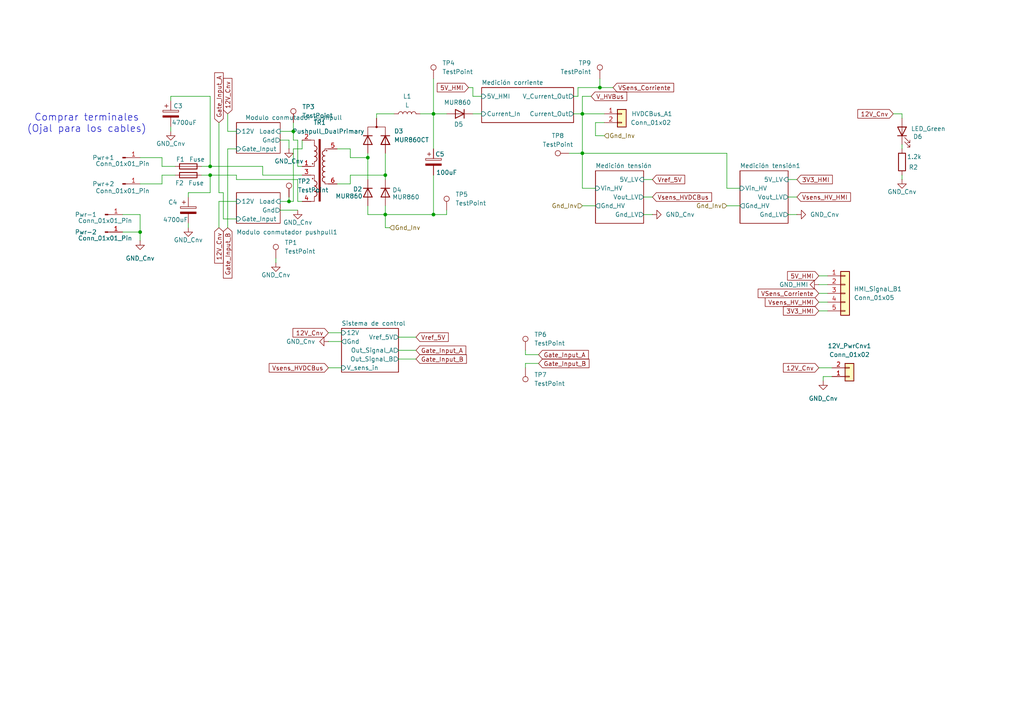
<source format=kicad_sch>
(kicad_sch
	(version 20250114)
	(generator "eeschema")
	(generator_version "9.0")
	(uuid "b2363070-a777-4464-bf06-d873907afdb2")
	(paper "A4")
	(lib_symbols
		(symbol "Connector:Conn_01x01_Pin"
			(pin_names
				(offset 1.016)
				(hide yes)
			)
			(exclude_from_sim no)
			(in_bom yes)
			(on_board yes)
			(property "Reference" "J"
				(at 0 2.54 0)
				(effects
					(font
						(size 1.27 1.27)
					)
				)
			)
			(property "Value" "Conn_01x01_Pin"
				(at 0 -2.54 0)
				(effects
					(font
						(size 1.27 1.27)
					)
				)
			)
			(property "Footprint" ""
				(at 0 0 0)
				(effects
					(font
						(size 1.27 1.27)
					)
					(hide yes)
				)
			)
			(property "Datasheet" "~"
				(at 0 0 0)
				(effects
					(font
						(size 1.27 1.27)
					)
					(hide yes)
				)
			)
			(property "Description" "Generic connector, single row, 01x01, script generated"
				(at 0 0 0)
				(effects
					(font
						(size 1.27 1.27)
					)
					(hide yes)
				)
			)
			(property "ki_locked" ""
				(at 0 0 0)
				(effects
					(font
						(size 1.27 1.27)
					)
				)
			)
			(property "ki_keywords" "connector"
				(at 0 0 0)
				(effects
					(font
						(size 1.27 1.27)
					)
					(hide yes)
				)
			)
			(property "ki_fp_filters" "Connector*:*_1x??_*"
				(at 0 0 0)
				(effects
					(font
						(size 1.27 1.27)
					)
					(hide yes)
				)
			)
			(symbol "Conn_01x01_Pin_1_1"
				(rectangle
					(start 0.8636 0.127)
					(end 0 -0.127)
					(stroke
						(width 0.1524)
						(type default)
					)
					(fill
						(type outline)
					)
				)
				(polyline
					(pts
						(xy 1.27 0) (xy 0.8636 0)
					)
					(stroke
						(width 0.1524)
						(type default)
					)
					(fill
						(type none)
					)
				)
				(pin passive line
					(at 5.08 0 180)
					(length 3.81)
					(name "Pin_1"
						(effects
							(font
								(size 1.27 1.27)
							)
						)
					)
					(number "1"
						(effects
							(font
								(size 1.27 1.27)
							)
						)
					)
				)
			)
			(embedded_fonts no)
		)
		(symbol "Connector:TestPoint"
			(pin_numbers
				(hide yes)
			)
			(pin_names
				(offset 0.762)
				(hide yes)
			)
			(exclude_from_sim no)
			(in_bom yes)
			(on_board yes)
			(property "Reference" "TP"
				(at 0 6.858 0)
				(effects
					(font
						(size 1.27 1.27)
					)
				)
			)
			(property "Value" "TestPoint"
				(at 0 5.08 0)
				(effects
					(font
						(size 1.27 1.27)
					)
				)
			)
			(property "Footprint" ""
				(at 5.08 0 0)
				(effects
					(font
						(size 1.27 1.27)
					)
					(hide yes)
				)
			)
			(property "Datasheet" "~"
				(at 5.08 0 0)
				(effects
					(font
						(size 1.27 1.27)
					)
					(hide yes)
				)
			)
			(property "Description" "test point"
				(at 0 0 0)
				(effects
					(font
						(size 1.27 1.27)
					)
					(hide yes)
				)
			)
			(property "ki_keywords" "test point tp"
				(at 0 0 0)
				(effects
					(font
						(size 1.27 1.27)
					)
					(hide yes)
				)
			)
			(property "ki_fp_filters" "Pin* Test*"
				(at 0 0 0)
				(effects
					(font
						(size 1.27 1.27)
					)
					(hide yes)
				)
			)
			(symbol "TestPoint_0_1"
				(circle
					(center 0 3.302)
					(radius 0.762)
					(stroke
						(width 0)
						(type default)
					)
					(fill
						(type none)
					)
				)
			)
			(symbol "TestPoint_1_1"
				(pin passive line
					(at 0 0 90)
					(length 2.54)
					(name "1"
						(effects
							(font
								(size 1.27 1.27)
							)
						)
					)
					(number "1"
						(effects
							(font
								(size 1.27 1.27)
							)
						)
					)
				)
			)
			(embedded_fonts no)
		)
		(symbol "Connector_Generic:Conn_01x02"
			(pin_names
				(offset 1.016)
				(hide yes)
			)
			(exclude_from_sim no)
			(in_bom yes)
			(on_board yes)
			(property "Reference" "J"
				(at 0 2.54 0)
				(effects
					(font
						(size 1.27 1.27)
					)
				)
			)
			(property "Value" "Conn_01x02"
				(at 0 -5.08 0)
				(effects
					(font
						(size 1.27 1.27)
					)
				)
			)
			(property "Footprint" ""
				(at 0 0 0)
				(effects
					(font
						(size 1.27 1.27)
					)
					(hide yes)
				)
			)
			(property "Datasheet" "~"
				(at 0 0 0)
				(effects
					(font
						(size 1.27 1.27)
					)
					(hide yes)
				)
			)
			(property "Description" "Generic connector, single row, 01x02, script generated (kicad-library-utils/schlib/autogen/connector/)"
				(at 0 0 0)
				(effects
					(font
						(size 1.27 1.27)
					)
					(hide yes)
				)
			)
			(property "ki_keywords" "connector"
				(at 0 0 0)
				(effects
					(font
						(size 1.27 1.27)
					)
					(hide yes)
				)
			)
			(property "ki_fp_filters" "Connector*:*_1x??_*"
				(at 0 0 0)
				(effects
					(font
						(size 1.27 1.27)
					)
					(hide yes)
				)
			)
			(symbol "Conn_01x02_1_1"
				(rectangle
					(start -1.27 1.27)
					(end 1.27 -3.81)
					(stroke
						(width 0.254)
						(type default)
					)
					(fill
						(type background)
					)
				)
				(rectangle
					(start -1.27 0.127)
					(end 0 -0.127)
					(stroke
						(width 0.1524)
						(type default)
					)
					(fill
						(type none)
					)
				)
				(rectangle
					(start -1.27 -2.413)
					(end 0 -2.667)
					(stroke
						(width 0.1524)
						(type default)
					)
					(fill
						(type none)
					)
				)
				(pin passive line
					(at -5.08 0 0)
					(length 3.81)
					(name "Pin_1"
						(effects
							(font
								(size 1.27 1.27)
							)
						)
					)
					(number "1"
						(effects
							(font
								(size 1.27 1.27)
							)
						)
					)
				)
				(pin passive line
					(at -5.08 -2.54 0)
					(length 3.81)
					(name "Pin_2"
						(effects
							(font
								(size 1.27 1.27)
							)
						)
					)
					(number "2"
						(effects
							(font
								(size 1.27 1.27)
							)
						)
					)
				)
			)
			(embedded_fonts no)
		)
		(symbol "Connector_Generic:Conn_01x05"
			(pin_names
				(offset 1.016)
				(hide yes)
			)
			(exclude_from_sim no)
			(in_bom yes)
			(on_board yes)
			(property "Reference" "J"
				(at 0 7.62 0)
				(effects
					(font
						(size 1.27 1.27)
					)
				)
			)
			(property "Value" "Conn_01x05"
				(at 0 -7.62 0)
				(effects
					(font
						(size 1.27 1.27)
					)
				)
			)
			(property "Footprint" ""
				(at 0 0 0)
				(effects
					(font
						(size 1.27 1.27)
					)
					(hide yes)
				)
			)
			(property "Datasheet" "~"
				(at 0 0 0)
				(effects
					(font
						(size 1.27 1.27)
					)
					(hide yes)
				)
			)
			(property "Description" "Generic connector, single row, 01x05, script generated (kicad-library-utils/schlib/autogen/connector/)"
				(at 0 0 0)
				(effects
					(font
						(size 1.27 1.27)
					)
					(hide yes)
				)
			)
			(property "ki_keywords" "connector"
				(at 0 0 0)
				(effects
					(font
						(size 1.27 1.27)
					)
					(hide yes)
				)
			)
			(property "ki_fp_filters" "Connector*:*_1x??_*"
				(at 0 0 0)
				(effects
					(font
						(size 1.27 1.27)
					)
					(hide yes)
				)
			)
			(symbol "Conn_01x05_1_1"
				(rectangle
					(start -1.27 6.35)
					(end 1.27 -6.35)
					(stroke
						(width 0.254)
						(type default)
					)
					(fill
						(type background)
					)
				)
				(rectangle
					(start -1.27 5.207)
					(end 0 4.953)
					(stroke
						(width 0.1524)
						(type default)
					)
					(fill
						(type none)
					)
				)
				(rectangle
					(start -1.27 2.667)
					(end 0 2.413)
					(stroke
						(width 0.1524)
						(type default)
					)
					(fill
						(type none)
					)
				)
				(rectangle
					(start -1.27 0.127)
					(end 0 -0.127)
					(stroke
						(width 0.1524)
						(type default)
					)
					(fill
						(type none)
					)
				)
				(rectangle
					(start -1.27 -2.413)
					(end 0 -2.667)
					(stroke
						(width 0.1524)
						(type default)
					)
					(fill
						(type none)
					)
				)
				(rectangle
					(start -1.27 -4.953)
					(end 0 -5.207)
					(stroke
						(width 0.1524)
						(type default)
					)
					(fill
						(type none)
					)
				)
				(pin passive line
					(at -5.08 5.08 0)
					(length 3.81)
					(name "Pin_1"
						(effects
							(font
								(size 1.27 1.27)
							)
						)
					)
					(number "1"
						(effects
							(font
								(size 1.27 1.27)
							)
						)
					)
				)
				(pin passive line
					(at -5.08 2.54 0)
					(length 3.81)
					(name "Pin_2"
						(effects
							(font
								(size 1.27 1.27)
							)
						)
					)
					(number "2"
						(effects
							(font
								(size 1.27 1.27)
							)
						)
					)
				)
				(pin passive line
					(at -5.08 0 0)
					(length 3.81)
					(name "Pin_3"
						(effects
							(font
								(size 1.27 1.27)
							)
						)
					)
					(number "3"
						(effects
							(font
								(size 1.27 1.27)
							)
						)
					)
				)
				(pin passive line
					(at -5.08 -2.54 0)
					(length 3.81)
					(name "Pin_4"
						(effects
							(font
								(size 1.27 1.27)
							)
						)
					)
					(number "4"
						(effects
							(font
								(size 1.27 1.27)
							)
						)
					)
				)
				(pin passive line
					(at -5.08 -5.08 0)
					(length 3.81)
					(name "Pin_5"
						(effects
							(font
								(size 1.27 1.27)
							)
						)
					)
					(number "5"
						(effects
							(font
								(size 1.27 1.27)
							)
						)
					)
				)
			)
			(embedded_fonts no)
		)
		(symbol "Device:C_Polarized"
			(pin_numbers
				(hide yes)
			)
			(pin_names
				(offset 0.254)
			)
			(exclude_from_sim no)
			(in_bom yes)
			(on_board yes)
			(property "Reference" "C"
				(at 0.635 2.54 0)
				(effects
					(font
						(size 1.27 1.27)
					)
					(justify left)
				)
			)
			(property "Value" "C_Polarized"
				(at 0.635 -2.54 0)
				(effects
					(font
						(size 1.27 1.27)
					)
					(justify left)
				)
			)
			(property "Footprint" ""
				(at 0.9652 -3.81 0)
				(effects
					(font
						(size 1.27 1.27)
					)
					(hide yes)
				)
			)
			(property "Datasheet" "~"
				(at 0 0 0)
				(effects
					(font
						(size 1.27 1.27)
					)
					(hide yes)
				)
			)
			(property "Description" "Polarized capacitor"
				(at 0 0 0)
				(effects
					(font
						(size 1.27 1.27)
					)
					(hide yes)
				)
			)
			(property "ki_keywords" "cap capacitor"
				(at 0 0 0)
				(effects
					(font
						(size 1.27 1.27)
					)
					(hide yes)
				)
			)
			(property "ki_fp_filters" "CP_*"
				(at 0 0 0)
				(effects
					(font
						(size 1.27 1.27)
					)
					(hide yes)
				)
			)
			(symbol "C_Polarized_0_1"
				(rectangle
					(start -2.286 0.508)
					(end 2.286 1.016)
					(stroke
						(width 0)
						(type default)
					)
					(fill
						(type none)
					)
				)
				(polyline
					(pts
						(xy -1.778 2.286) (xy -0.762 2.286)
					)
					(stroke
						(width 0)
						(type default)
					)
					(fill
						(type none)
					)
				)
				(polyline
					(pts
						(xy -1.27 2.794) (xy -1.27 1.778)
					)
					(stroke
						(width 0)
						(type default)
					)
					(fill
						(type none)
					)
				)
				(rectangle
					(start 2.286 -0.508)
					(end -2.286 -1.016)
					(stroke
						(width 0)
						(type default)
					)
					(fill
						(type outline)
					)
				)
			)
			(symbol "C_Polarized_1_1"
				(pin passive line
					(at 0 3.81 270)
					(length 2.794)
					(name "~"
						(effects
							(font
								(size 1.27 1.27)
							)
						)
					)
					(number "1"
						(effects
							(font
								(size 1.27 1.27)
							)
						)
					)
				)
				(pin passive line
					(at 0 -3.81 90)
					(length 2.794)
					(name "~"
						(effects
							(font
								(size 1.27 1.27)
							)
						)
					)
					(number "2"
						(effects
							(font
								(size 1.27 1.27)
							)
						)
					)
				)
			)
			(embedded_fonts no)
		)
		(symbol "Device:Fuse"
			(pin_numbers
				(hide yes)
			)
			(pin_names
				(offset 0)
			)
			(exclude_from_sim no)
			(in_bom yes)
			(on_board yes)
			(property "Reference" "F"
				(at 2.032 0 90)
				(effects
					(font
						(size 1.27 1.27)
					)
				)
			)
			(property "Value" "Fuse"
				(at -1.905 0 90)
				(effects
					(font
						(size 1.27 1.27)
					)
				)
			)
			(property "Footprint" ""
				(at -1.778 0 90)
				(effects
					(font
						(size 1.27 1.27)
					)
					(hide yes)
				)
			)
			(property "Datasheet" "~"
				(at 0 0 0)
				(effects
					(font
						(size 1.27 1.27)
					)
					(hide yes)
				)
			)
			(property "Description" "Fuse"
				(at 0 0 0)
				(effects
					(font
						(size 1.27 1.27)
					)
					(hide yes)
				)
			)
			(property "ki_keywords" "fuse"
				(at 0 0 0)
				(effects
					(font
						(size 1.27 1.27)
					)
					(hide yes)
				)
			)
			(property "ki_fp_filters" "*Fuse*"
				(at 0 0 0)
				(effects
					(font
						(size 1.27 1.27)
					)
					(hide yes)
				)
			)
			(symbol "Fuse_0_1"
				(rectangle
					(start -0.762 -2.54)
					(end 0.762 2.54)
					(stroke
						(width 0.254)
						(type default)
					)
					(fill
						(type none)
					)
				)
				(polyline
					(pts
						(xy 0 2.54) (xy 0 -2.54)
					)
					(stroke
						(width 0)
						(type default)
					)
					(fill
						(type none)
					)
				)
			)
			(symbol "Fuse_1_1"
				(pin passive line
					(at 0 3.81 270)
					(length 1.27)
					(name "~"
						(effects
							(font
								(size 1.27 1.27)
							)
						)
					)
					(number "1"
						(effects
							(font
								(size 1.27 1.27)
							)
						)
					)
				)
				(pin passive line
					(at 0 -3.81 90)
					(length 1.27)
					(name "~"
						(effects
							(font
								(size 1.27 1.27)
							)
						)
					)
					(number "2"
						(effects
							(font
								(size 1.27 1.27)
							)
						)
					)
				)
			)
			(embedded_fonts no)
		)
		(symbol "Device:L"
			(pin_numbers
				(hide yes)
			)
			(pin_names
				(offset 1.016)
				(hide yes)
			)
			(exclude_from_sim no)
			(in_bom yes)
			(on_board yes)
			(property "Reference" "L"
				(at -1.27 0 90)
				(effects
					(font
						(size 1.27 1.27)
					)
				)
			)
			(property "Value" "L"
				(at 1.905 0 90)
				(effects
					(font
						(size 1.27 1.27)
					)
				)
			)
			(property "Footprint" ""
				(at 0 0 0)
				(effects
					(font
						(size 1.27 1.27)
					)
					(hide yes)
				)
			)
			(property "Datasheet" "~"
				(at 0 0 0)
				(effects
					(font
						(size 1.27 1.27)
					)
					(hide yes)
				)
			)
			(property "Description" "Inductor"
				(at 0 0 0)
				(effects
					(font
						(size 1.27 1.27)
					)
					(hide yes)
				)
			)
			(property "ki_keywords" "inductor choke coil reactor magnetic"
				(at 0 0 0)
				(effects
					(font
						(size 1.27 1.27)
					)
					(hide yes)
				)
			)
			(property "ki_fp_filters" "Choke_* *Coil* Inductor_* L_*"
				(at 0 0 0)
				(effects
					(font
						(size 1.27 1.27)
					)
					(hide yes)
				)
			)
			(symbol "L_0_1"
				(arc
					(start 0 2.54)
					(mid 0.6323 1.905)
					(end 0 1.27)
					(stroke
						(width 0)
						(type default)
					)
					(fill
						(type none)
					)
				)
				(arc
					(start 0 1.27)
					(mid 0.6323 0.635)
					(end 0 0)
					(stroke
						(width 0)
						(type default)
					)
					(fill
						(type none)
					)
				)
				(arc
					(start 0 0)
					(mid 0.6323 -0.635)
					(end 0 -1.27)
					(stroke
						(width 0)
						(type default)
					)
					(fill
						(type none)
					)
				)
				(arc
					(start 0 -1.27)
					(mid 0.6323 -1.905)
					(end 0 -2.54)
					(stroke
						(width 0)
						(type default)
					)
					(fill
						(type none)
					)
				)
			)
			(symbol "L_1_1"
				(pin passive line
					(at 0 3.81 270)
					(length 1.27)
					(name "1"
						(effects
							(font
								(size 1.27 1.27)
							)
						)
					)
					(number "1"
						(effects
							(font
								(size 1.27 1.27)
							)
						)
					)
				)
				(pin passive line
					(at 0 -3.81 90)
					(length 1.27)
					(name "2"
						(effects
							(font
								(size 1.27 1.27)
							)
						)
					)
					(number "2"
						(effects
							(font
								(size 1.27 1.27)
							)
						)
					)
				)
			)
			(embedded_fonts no)
		)
		(symbol "Device:LED"
			(pin_numbers
				(hide yes)
			)
			(pin_names
				(offset 1.016)
				(hide yes)
			)
			(exclude_from_sim no)
			(in_bom yes)
			(on_board yes)
			(property "Reference" "D"
				(at 0 2.54 0)
				(effects
					(font
						(size 1.27 1.27)
					)
				)
			)
			(property "Value" "LED"
				(at 0 -2.54 0)
				(effects
					(font
						(size 1.27 1.27)
					)
				)
			)
			(property "Footprint" ""
				(at 0 0 0)
				(effects
					(font
						(size 1.27 1.27)
					)
					(hide yes)
				)
			)
			(property "Datasheet" "~"
				(at 0 0 0)
				(effects
					(font
						(size 1.27 1.27)
					)
					(hide yes)
				)
			)
			(property "Description" "Light emitting diode"
				(at 0 0 0)
				(effects
					(font
						(size 1.27 1.27)
					)
					(hide yes)
				)
			)
			(property "Sim.Pins" "1=K 2=A"
				(at 0 0 0)
				(effects
					(font
						(size 1.27 1.27)
					)
					(hide yes)
				)
			)
			(property "ki_keywords" "LED diode"
				(at 0 0 0)
				(effects
					(font
						(size 1.27 1.27)
					)
					(hide yes)
				)
			)
			(property "ki_fp_filters" "LED* LED_SMD:* LED_THT:*"
				(at 0 0 0)
				(effects
					(font
						(size 1.27 1.27)
					)
					(hide yes)
				)
			)
			(symbol "LED_0_1"
				(polyline
					(pts
						(xy -3.048 -0.762) (xy -4.572 -2.286) (xy -3.81 -2.286) (xy -4.572 -2.286) (xy -4.572 -1.524)
					)
					(stroke
						(width 0)
						(type default)
					)
					(fill
						(type none)
					)
				)
				(polyline
					(pts
						(xy -1.778 -0.762) (xy -3.302 -2.286) (xy -2.54 -2.286) (xy -3.302 -2.286) (xy -3.302 -1.524)
					)
					(stroke
						(width 0)
						(type default)
					)
					(fill
						(type none)
					)
				)
				(polyline
					(pts
						(xy -1.27 0) (xy 1.27 0)
					)
					(stroke
						(width 0)
						(type default)
					)
					(fill
						(type none)
					)
				)
				(polyline
					(pts
						(xy -1.27 -1.27) (xy -1.27 1.27)
					)
					(stroke
						(width 0.254)
						(type default)
					)
					(fill
						(type none)
					)
				)
				(polyline
					(pts
						(xy 1.27 -1.27) (xy 1.27 1.27) (xy -1.27 0) (xy 1.27 -1.27)
					)
					(stroke
						(width 0.254)
						(type default)
					)
					(fill
						(type none)
					)
				)
			)
			(symbol "LED_1_1"
				(pin passive line
					(at -3.81 0 0)
					(length 2.54)
					(name "K"
						(effects
							(font
								(size 1.27 1.27)
							)
						)
					)
					(number "1"
						(effects
							(font
								(size 1.27 1.27)
							)
						)
					)
				)
				(pin passive line
					(at 3.81 0 180)
					(length 2.54)
					(name "A"
						(effects
							(font
								(size 1.27 1.27)
							)
						)
					)
					(number "2"
						(effects
							(font
								(size 1.27 1.27)
							)
						)
					)
				)
			)
			(embedded_fonts no)
		)
		(symbol "Device:R"
			(pin_numbers
				(hide yes)
			)
			(pin_names
				(offset 0)
			)
			(exclude_from_sim no)
			(in_bom yes)
			(on_board yes)
			(property "Reference" "R"
				(at 2.032 0 90)
				(effects
					(font
						(size 1.27 1.27)
					)
				)
			)
			(property "Value" "R"
				(at 0 0 90)
				(effects
					(font
						(size 1.27 1.27)
					)
				)
			)
			(property "Footprint" ""
				(at -1.778 0 90)
				(effects
					(font
						(size 1.27 1.27)
					)
					(hide yes)
				)
			)
			(property "Datasheet" "~"
				(at 0 0 0)
				(effects
					(font
						(size 1.27 1.27)
					)
					(hide yes)
				)
			)
			(property "Description" "Resistor"
				(at 0 0 0)
				(effects
					(font
						(size 1.27 1.27)
					)
					(hide yes)
				)
			)
			(property "ki_keywords" "R res resistor"
				(at 0 0 0)
				(effects
					(font
						(size 1.27 1.27)
					)
					(hide yes)
				)
			)
			(property "ki_fp_filters" "R_*"
				(at 0 0 0)
				(effects
					(font
						(size 1.27 1.27)
					)
					(hide yes)
				)
			)
			(symbol "R_0_1"
				(rectangle
					(start -1.016 -2.54)
					(end 1.016 2.54)
					(stroke
						(width 0.254)
						(type default)
					)
					(fill
						(type none)
					)
				)
			)
			(symbol "R_1_1"
				(pin passive line
					(at 0 3.81 270)
					(length 1.27)
					(name "~"
						(effects
							(font
								(size 1.27 1.27)
							)
						)
					)
					(number "1"
						(effects
							(font
								(size 1.27 1.27)
							)
						)
					)
				)
				(pin passive line
					(at 0 -3.81 90)
					(length 1.27)
					(name "~"
						(effects
							(font
								(size 1.27 1.27)
							)
						)
					)
					(number "2"
						(effects
							(font
								(size 1.27 1.27)
							)
						)
					)
				)
			)
			(embedded_fonts no)
		)
		(symbol "Diode:C4D20120H"
			(pin_numbers
				(hide yes)
			)
			(pin_names
				(offset 1.016)
				(hide yes)
			)
			(exclude_from_sim no)
			(in_bom yes)
			(on_board yes)
			(property "Reference" "D6"
				(at -1.5876 2.54 90)
				(effects
					(font
						(size 1.27 1.27)
					)
					(justify left)
				)
			)
			(property "Value" "MUR860"
				(at 0.9524 2.54 90)
				(effects
					(font
						(size 1.27 1.27)
					)
					(justify left)
				)
			)
			(property "Footprint" "Diode_SMD:D_0805_2012Metric_Pad1.15x1.40mm_HandSolder"
				(at 0 -4.445 0)
				(effects
					(font
						(size 1.27 1.27)
					)
					(hide yes)
				)
			)
			(property "Datasheet" "https://www.wolfspeed.com/media/downloads/1191/C4D20120H.pdf"
				(at 0 0 0)
				(effects
					(font
						(size 1.27 1.27)
					)
					(hide yes)
				)
			)
			(property "Description" "1200V, 20A, SiC Schottky Diode, TO-247"
				(at 0 0 0)
				(effects
					(font
						(size 1.27 1.27)
					)
					(hide yes)
				)
			)
			(property "ki_keywords" "sic diode"
				(at 0 0 0)
				(effects
					(font
						(size 1.27 1.27)
					)
					(hide yes)
				)
			)
			(property "ki_fp_filters" "TO?247*"
				(at 0 0 0)
				(effects
					(font
						(size 1.27 1.27)
					)
					(hide yes)
				)
			)
			(symbol "C4D20120H_0_1"
				(polyline
					(pts
						(xy -1.27 1.27) (xy -1.27 -1.27)
					)
					(stroke
						(width 0.254)
						(type default)
					)
					(fill
						(type none)
					)
				)
				(polyline
					(pts
						(xy 1.27 1.27) (xy 1.27 -1.27) (xy -1.27 0) (xy 1.27 1.27)
					)
					(stroke
						(width 0.254)
						(type default)
					)
					(fill
						(type none)
					)
				)
				(polyline
					(pts
						(xy 1.27 0) (xy -1.27 0)
					)
					(stroke
						(width 0)
						(type default)
					)
					(fill
						(type none)
					)
				)
			)
			(symbol "C4D20120H_1_1"
				(pin passive line
					(at -3.81 0 0)
					(length 2.54)
					(name "K"
						(effects
							(font
								(size 1.27 1.27)
							)
						)
					)
					(number "1"
						(effects
							(font
								(size 1.27 1.27)
							)
						)
					)
				)
				(pin passive line
					(at 3.81 0 180)
					(length 2.54)
					(name "A"
						(effects
							(font
								(size 1.27 1.27)
							)
						)
					)
					(number "2"
						(effects
							(font
								(size 1.27 1.27)
							)
						)
					)
				)
			)
			(embedded_fonts no)
		)
		(symbol "Diode:C4D40120D"
			(pin_numbers
				(hide yes)
			)
			(pin_names
				(offset 1.016)
				(hide yes)
			)
			(exclude_from_sim no)
			(in_bom yes)
			(on_board yes)
			(property "Reference" "D5"
				(at 1.3336 -5.08 90)
				(effects
					(font
						(size 1.27 1.27)
					)
					(justify right)
				)
			)
			(property "Value" "MUR860CT"
				(at -1.2064 -5.08 90)
				(effects
					(font
						(size 1.27 1.27)
					)
					(justify right)
				)
			)
			(property "Footprint" "Diode_SMD:D_MicroMELF_Handsoldering"
				(at 0 -4.445 0)
				(effects
					(font
						(size 1.27 1.27)
					)
					(hide yes)
				)
			)
			(property "Datasheet" "https://www.wolfspeed.com/media/downloads/109/C4D40120D.pdf"
				(at 0 0 0)
				(effects
					(font
						(size 1.27 1.27)
					)
					(hide yes)
				)
			)
			(property "Description" "1200V, 40A, SiC Schottky Diode, TO-247-3"
				(at 0 0 0)
				(effects
					(font
						(size 1.27 1.27)
					)
					(hide yes)
				)
			)
			(property "ki_keywords" "sic diode"
				(at 0 0 0)
				(effects
					(font
						(size 1.27 1.27)
					)
					(hide yes)
				)
			)
			(property "ki_fp_filters" "TO?247*"
				(at 0 0 0)
				(effects
					(font
						(size 1.27 1.27)
					)
					(hide yes)
				)
			)
			(symbol "C4D40120D_0_1"
				(polyline
					(pts
						(xy -2.54 2.54) (xy 0 2.54)
					)
					(stroke
						(width 0)
						(type default)
					)
					(fill
						(type none)
					)
				)
				(polyline
					(pts
						(xy -2.54 1.27) (xy -2.54 3.81) (xy 0 2.54) (xy -2.54 1.27)
					)
					(stroke
						(width 0.254)
						(type default)
					)
					(fill
						(type none)
					)
				)
				(polyline
					(pts
						(xy -2.54 -2.54) (xy 0 -2.54)
					)
					(stroke
						(width 0)
						(type default)
					)
					(fill
						(type none)
					)
				)
				(polyline
					(pts
						(xy -2.54 -2.54) (xy 0 -2.54)
					)
					(stroke
						(width 0)
						(type default)
					)
					(fill
						(type none)
					)
				)
				(polyline
					(pts
						(xy -2.54 -3.81) (xy -2.54 -1.27) (xy 0 -2.54) (xy -2.54 -3.81)
					)
					(stroke
						(width 0.254)
						(type default)
					)
					(fill
						(type none)
					)
				)
				(polyline
					(pts
						(xy -2.54 -3.81) (xy -2.54 -1.27) (xy 0 -2.54) (xy -2.54 -3.81)
					)
					(stroke
						(width 0.254)
						(type default)
					)
					(fill
						(type none)
					)
				)
				(polyline
					(pts
						(xy 0 2.54) (xy 2.54 2.54) (xy 2.54 -2.54) (xy 0 -2.54)
					)
					(stroke
						(width 0)
						(type default)
					)
					(fill
						(type none)
					)
				)
				(polyline
					(pts
						(xy 0 1.27) (xy 0 3.81)
					)
					(stroke
						(width 0.254)
						(type default)
					)
					(fill
						(type none)
					)
				)
				(polyline
					(pts
						(xy 0 -3.81) (xy 0 -1.27)
					)
					(stroke
						(width 0.254)
						(type default)
					)
					(fill
						(type none)
					)
				)
				(circle
					(center 2.54 0)
					(radius 0.254)
					(stroke
						(width 0)
						(type default)
					)
					(fill
						(type outline)
					)
				)
			)
			(symbol "C4D40120D_1_1"
				(pin passive line
					(at -5.08 2.54 0)
					(length 2.54)
					(name "A1"
						(effects
							(font
								(size 1.27 1.27)
							)
						)
					)
					(number "1"
						(effects
							(font
								(size 1.27 1.27)
							)
						)
					)
				)
				(pin passive line
					(at -5.08 -2.54 0)
					(length 2.54)
					(name "A2"
						(effects
							(font
								(size 1.27 1.27)
							)
						)
					)
					(number "3"
						(effects
							(font
								(size 1.27 1.27)
							)
						)
					)
				)
				(pin passive line
					(at 5.08 0 180)
					(length 2.54)
					(name "K"
						(effects
							(font
								(size 1.27 1.27)
							)
						)
					)
					(number "2"
						(effects
							(font
								(size 1.27 1.27)
							)
						)
					)
				)
			)
			(embedded_fonts no)
		)
		(symbol "Power_Transformer:Pushpull_DualPrimary"
			(pin_names
				(offset 0.0254)
			)
			(exclude_from_sim no)
			(in_bom yes)
			(on_board yes)
			(property "Reference" "TR1"
				(at 0 12.7 0)
				(effects
					(font
						(size 1.27 1.27)
					)
				)
			)
			(property "Value" "Pushpull_DualPrimary"
				(at 2.54 10.16 0)
				(effects
					(font
						(size 1.27 1.27)
					)
				)
			)
			(property "Footprint" "Transformer_THT:Transformer_Breve_PP_PT"
				(at 0 -17.526 0)
				(effects
					(font
						(size 1.27 1.27)
						(italic yes)
					)
					(hide yes)
				)
			)
			(property "Datasheet" "http://www.breve.pl/pdf/ANG/TEZ_ang.pdf"
				(at -1.778 13.716 0)
				(effects
					(font
						(size 1.27 1.27)
					)
					(hide yes)
				)
			)
			(property "Description" "PP_PT, 500VA, Dual Primary, Cast Resin Transformer, PCB"
				(at 1.27 17.526 0)
				(effects
					(font
						(size 1.27 1.27)
					)
					(hide yes)
				)
			)
			(property "ki_keywords" "0.5VA PCB Transformer Dual Secondary"
				(at 0 0 0)
				(effects
					(font
						(size 1.27 1.27)
					)
					(hide yes)
				)
			)
			(property "ki_fp_filters" "Transformer*Breve*TEZ*22x24*"
				(at 0 0 0)
				(effects
					(font
						(size 1.27 1.27)
					)
					(hide yes)
				)
			)
			(symbol "Pushpull_DualPrimary_0_1"
				(polyline
					(pts
						(xy -2.54 7.62) (xy -1.524 7.62) (xy -1.524 6.096)
					)
					(stroke
						(width 0)
						(type default)
					)
					(fill
						(type none)
					)
				)
				(polyline
					(pts
						(xy -2.54 0) (xy -1.524 0) (xy -1.524 1.27)
					)
					(stroke
						(width 0)
						(type default)
					)
					(fill
						(type none)
					)
				)
				(polyline
					(pts
						(xy -2.54 -2.54) (xy -1.524 -2.54) (xy -1.524 -4.064)
					)
					(stroke
						(width 0)
						(type default)
					)
					(fill
						(type none)
					)
				)
				(circle
					(center -2.032 0.762)
					(radius 0.127)
					(stroke
						(width 0)
						(type default)
					)
					(fill
						(type none)
					)
				)
				(circle
					(center -2.032 -3.556)
					(radius 0.127)
					(stroke
						(width 0)
						(type default)
					)
					(fill
						(type none)
					)
				)
				(arc
					(start -1.524 5.969)
					(mid -0.7653 5.207)
					(end -1.524 4.445)
					(stroke
						(width 0.2032)
						(type default)
					)
					(fill
						(type none)
					)
				)
				(arc
					(start -1.524 4.445)
					(mid -0.7653 3.683)
					(end -1.524 2.921)
					(stroke
						(width 0.2032)
						(type default)
					)
					(fill
						(type none)
					)
				)
				(arc
					(start -1.524 2.921)
					(mid -0.7653 2.159)
					(end -1.524 1.397)
					(stroke
						(width 0.2032)
						(type default)
					)
					(fill
						(type none)
					)
				)
				(arc
					(start -1.524 -4.191)
					(mid -0.7653 -4.953)
					(end -1.524 -5.715)
					(stroke
						(width 0.2032)
						(type default)
					)
					(fill
						(type none)
					)
				)
				(arc
					(start -1.524 -5.715)
					(mid -0.7653 -6.477)
					(end -1.524 -7.239)
					(stroke
						(width 0.2032)
						(type default)
					)
					(fill
						(type none)
					)
				)
				(arc
					(start -1.524 -7.239)
					(mid -0.7653 -8.001)
					(end -1.524 -8.763)
					(stroke
						(width 0.2032)
						(type default)
					)
					(fill
						(type none)
					)
				)
				(polyline
					(pts
						(xy -1.524 -8.89) (xy -1.524 -10.16) (xy -2.54 -10.16)
					)
					(stroke
						(width 0)
						(type default)
					)
					(fill
						(type none)
					)
				)
				(rectangle
					(start 0.254 7.874)
					(end -0.254 -10.16)
					(stroke
						(width 0.0254)
						(type default)
					)
					(fill
						(type outline)
					)
				)
				(polyline
					(pts
						(xy 1.524 4.572) (xy 1.524 5.08) (xy 2.54 5.08)
					)
					(stroke
						(width 0)
						(type default)
					)
					(fill
						(type none)
					)
				)
				(polyline
					(pts
						(xy 1.524 -4.572) (xy 1.524 -5.08) (xy 2.54 -5.08)
					)
					(stroke
						(width 0)
						(type default)
					)
					(fill
						(type none)
					)
				)
				(arc
					(start 1.524 3.048)
					(mid 0.7653 3.81)
					(end 1.524 4.572)
					(stroke
						(width 0.2032)
						(type default)
					)
					(fill
						(type none)
					)
				)
				(arc
					(start 1.524 1.524)
					(mid 0.7653 2.286)
					(end 1.524 3.048)
					(stroke
						(width 0.2032)
						(type default)
					)
					(fill
						(type none)
					)
				)
				(arc
					(start 1.524 0)
					(mid 0.7653 0.762)
					(end 1.524 1.524)
					(stroke
						(width 0.2032)
						(type default)
					)
					(fill
						(type none)
					)
				)
				(arc
					(start 1.524 -1.524)
					(mid 0.7653 -0.762)
					(end 1.524 0)
					(stroke
						(width 0.2032)
						(type default)
					)
					(fill
						(type none)
					)
				)
				(arc
					(start 1.524 -3.048)
					(mid 0.7653 -2.286)
					(end 1.524 -1.524)
					(stroke
						(width 0.2032)
						(type default)
					)
					(fill
						(type none)
					)
				)
				(arc
					(start 1.524 -4.572)
					(mid 0.7653 -3.81)
					(end 1.524 -3.048)
					(stroke
						(width 0.2032)
						(type default)
					)
					(fill
						(type none)
					)
				)
				(circle
					(center 2.032 4.572)
					(radius 0.127)
					(stroke
						(width 0)
						(type default)
					)
					(fill
						(type none)
					)
				)
			)
			(symbol "Pushpull_DualPrimary_1_1"
				(pin passive line
					(at -5.08 7.62 0)
					(length 2.54)
					(name "~"
						(effects
							(font
								(size 1.27 1.27)
							)
						)
					)
					(number "2"
						(effects
							(font
								(size 1.27 1.27)
							)
						)
					)
				)
				(pin passive line
					(at -5.08 0 0)
					(length 2.54)
					(name "~"
						(effects
							(font
								(size 1.27 1.27)
							)
						)
					)
					(number "1"
						(effects
							(font
								(size 1.27 1.27)
							)
						)
					)
				)
				(pin passive line
					(at -5.08 -2.54 0)
					(length 2.54)
					(name "~"
						(effects
							(font
								(size 1.27 1.27)
							)
						)
					)
					(number "3"
						(effects
							(font
								(size 1.27 1.27)
							)
						)
					)
				)
				(pin passive line
					(at -5.08 -10.16 0)
					(length 2.54)
					(name "~"
						(effects
							(font
								(size 1.27 1.27)
							)
						)
					)
					(number "4"
						(effects
							(font
								(size 1.27 1.27)
							)
						)
					)
				)
				(pin passive line
					(at 5.08 5.08 180)
					(length 2.54)
					(name "~"
						(effects
							(font
								(size 1.27 1.27)
							)
						)
					)
					(number "5"
						(effects
							(font
								(size 1.27 1.27)
							)
						)
					)
				)
				(pin passive line
					(at 5.08 -5.08 180)
					(length 2.54)
					(name "~"
						(effects
							(font
								(size 1.27 1.27)
							)
						)
					)
					(number "6"
						(effects
							(font
								(size 1.27 1.27)
							)
						)
					)
				)
			)
			(embedded_fonts no)
		)
		(symbol "power:GND"
			(power)
			(pin_numbers
				(hide yes)
			)
			(pin_names
				(offset 0)
				(hide yes)
			)
			(exclude_from_sim no)
			(in_bom yes)
			(on_board yes)
			(property "Reference" "#PWR"
				(at 0 -6.35 0)
				(effects
					(font
						(size 1.27 1.27)
					)
					(hide yes)
				)
			)
			(property "Value" "GND"
				(at 0 -3.81 0)
				(effects
					(font
						(size 1.27 1.27)
					)
				)
			)
			(property "Footprint" ""
				(at 0 0 0)
				(effects
					(font
						(size 1.27 1.27)
					)
					(hide yes)
				)
			)
			(property "Datasheet" ""
				(at 0 0 0)
				(effects
					(font
						(size 1.27 1.27)
					)
					(hide yes)
				)
			)
			(property "Description" "Power symbol creates a global label with name \"GND\" , ground"
				(at 0 0 0)
				(effects
					(font
						(size 1.27 1.27)
					)
					(hide yes)
				)
			)
			(property "ki_keywords" "global power"
				(at 0 0 0)
				(effects
					(font
						(size 1.27 1.27)
					)
					(hide yes)
				)
			)
			(symbol "GND_0_1"
				(polyline
					(pts
						(xy 0 0) (xy 0 -1.27) (xy 1.27 -1.27) (xy 0 -2.54) (xy -1.27 -1.27) (xy 0 -1.27)
					)
					(stroke
						(width 0)
						(type default)
					)
					(fill
						(type none)
					)
				)
			)
			(symbol "GND_1_1"
				(pin power_in line
					(at 0 0 270)
					(length 0)
					(name "~"
						(effects
							(font
								(size 1.27 1.27)
							)
						)
					)
					(number "1"
						(effects
							(font
								(size 1.27 1.27)
							)
						)
					)
				)
			)
			(embedded_fonts no)
		)
	)
	(text "Comprar terminales\n(Ojal para los cables)"
		(exclude_from_sim no)
		(at 25.146 35.814 0)
		(effects
			(font
				(size 2.032 2.032)
			)
		)
		(uuid "5291fc40-0d30-4bda-86a9-f533e5b788a4")
	)
	(junction
		(at 40.64 67.31)
		(diameter 0)
		(color 0 0 0 0)
		(uuid "0a52fb8a-cfda-4638-bb60-7a3ee9d75712")
	)
	(junction
		(at 60.96 48.26)
		(diameter 0)
		(color 0 0 0 0)
		(uuid "1d608ac0-6c82-415b-b95c-19362bf32acc")
	)
	(junction
		(at 111.76 50.8)
		(diameter 0)
		(color 0 0 0 0)
		(uuid "258c24f4-b7d1-4b77-9a0e-39b452d00187")
	)
	(junction
		(at 83.82 58.42)
		(diameter 0)
		(color 0 0 0 0)
		(uuid "28e091fb-e2b7-4eed-b0c8-14ccf807e69b")
	)
	(junction
		(at 168.91 44.45)
		(diameter 0)
		(color 0 0 0 0)
		(uuid "5a648712-0287-4653-8f16-4f17b56cd12d")
	)
	(junction
		(at 60.96 50.8)
		(diameter 0)
		(color 0 0 0 0)
		(uuid "717ba233-58f9-4889-a176-4dbbc71b9427")
	)
	(junction
		(at 111.76 62.23)
		(diameter 0)
		(color 0 0 0 0)
		(uuid "717c799a-0821-49b4-8f43-c10b059a9585")
	)
	(junction
		(at 85.09 38.1)
		(diameter 0)
		(color 0 0 0 0)
		(uuid "7aff9c52-2386-48d9-92d3-5004eaa886c3")
	)
	(junction
		(at 125.73 62.23)
		(diameter 0)
		(color 0 0 0 0)
		(uuid "84cc3baf-3807-4f1d-8c51-27f4f3caa98f")
	)
	(junction
		(at 106.68 45.72)
		(diameter 0)
		(color 0 0 0 0)
		(uuid "c102a78f-9c56-4f0a-b478-b1c41f646c28")
	)
	(junction
		(at 125.73 33.02)
		(diameter 0)
		(color 0 0 0 0)
		(uuid "cccb889d-df7e-4ec6-a3ab-430c386c9315")
	)
	(junction
		(at 168.91 33.02)
		(diameter 0)
		(color 0 0 0 0)
		(uuid "d3141ed0-cdd3-4946-8e69-7e4e9885fba9")
	)
	(junction
		(at 173.99 25.4)
		(diameter 0)
		(color 0 0 0 0)
		(uuid "daad5520-08a8-4e64-8578-fdff07f972a3")
	)
	(wire
		(pts
			(xy 101.6 50.8) (xy 111.76 50.8)
		)
		(stroke
			(width 0)
			(type default)
		)
		(uuid "026afb45-16d3-4ee0-938e-569592133b72")
	)
	(wire
		(pts
			(xy 125.73 22.86) (xy 125.73 33.02)
		)
		(stroke
			(width 0)
			(type default)
		)
		(uuid "031fc332-88ee-4fb1-838c-18a2fc4e0d53")
	)
	(wire
		(pts
			(xy 125.73 50.8) (xy 125.73 62.23)
		)
		(stroke
			(width 0)
			(type default)
		)
		(uuid "04119f25-8418-4c65-8c3f-a3fbe2aee4df")
	)
	(wire
		(pts
			(xy 165.1 44.45) (xy 168.91 44.45)
		)
		(stroke
			(width 0)
			(type default)
		)
		(uuid "0a8c90c1-d64a-4f35-8870-8e80e8b72006")
	)
	(wire
		(pts
			(xy 237.49 80.01) (xy 240.03 80.01)
		)
		(stroke
			(width 0)
			(type default)
		)
		(uuid "0b8bbf79-b4cd-423b-bd69-ff61b3ba4e6b")
	)
	(wire
		(pts
			(xy 54.61 64.77) (xy 54.61 66.04)
		)
		(stroke
			(width 0)
			(type default)
		)
		(uuid "0cd546a8-7883-42e8-a12f-cac72ba05455")
	)
	(wire
		(pts
			(xy 85.09 40.64) (xy 86.36 40.64)
		)
		(stroke
			(width 0)
			(type default)
		)
		(uuid "0f04fbeb-6394-4420-a8d7-75bfad15a28a")
	)
	(wire
		(pts
			(xy 64.77 63.5) (xy 68.58 63.5)
		)
		(stroke
			(width 0)
			(type default)
		)
		(uuid "142a98d1-739d-4690-95dd-bee99fcd7892")
	)
	(wire
		(pts
			(xy 152.4 105.41) (xy 152.4 106.68)
		)
		(stroke
			(width 0)
			(type default)
		)
		(uuid "16652105-db72-49bc-bcc2-5bcff1fa26c2")
	)
	(wire
		(pts
			(xy 68.58 43.18) (xy 66.04 43.18)
		)
		(stroke
			(width 0)
			(type default)
		)
		(uuid "16fcdd56-173a-451c-a20f-8dd62e2e9615")
	)
	(wire
		(pts
			(xy 85.09 58.42) (xy 83.82 58.42)
		)
		(stroke
			(width 0)
			(type default)
		)
		(uuid "1d60b9fb-3fb9-4f61-88e4-02198c4ff864")
	)
	(wire
		(pts
			(xy 60.96 50.8) (xy 60.96 55.88)
		)
		(stroke
			(width 0)
			(type default)
		)
		(uuid "1e5ed05a-68f7-4168-bf33-c4b011ae4b54")
	)
	(wire
		(pts
			(xy 83.82 57.15) (xy 83.82 58.42)
		)
		(stroke
			(width 0)
			(type default)
		)
		(uuid "1fe24bd4-3397-4ad2-a964-6caee26d1c82")
	)
	(wire
		(pts
			(xy 186.69 62.23) (xy 189.23 62.23)
		)
		(stroke
			(width 0)
			(type default)
		)
		(uuid "21b6e10f-1ccf-4215-adae-a9587554ccd3")
	)
	(wire
		(pts
			(xy 125.73 33.02) (xy 125.73 43.18)
		)
		(stroke
			(width 0)
			(type default)
		)
		(uuid "2209adb3-4ce1-4d0c-9dc4-e94b30cbf3a2")
	)
	(wire
		(pts
			(xy 60.96 48.26) (xy 76.2 48.26)
		)
		(stroke
			(width 0)
			(type default)
		)
		(uuid "280a403e-8cba-4106-a822-6fd6785f90f3")
	)
	(wire
		(pts
			(xy 237.49 85.09) (xy 240.03 85.09)
		)
		(stroke
			(width 0)
			(type default)
		)
		(uuid "2853a8f9-59ba-4a9b-be1d-1e8b0e637f01")
	)
	(wire
		(pts
			(xy 238.76 109.22) (xy 241.3 109.22)
		)
		(stroke
			(width 0)
			(type default)
		)
		(uuid "2d081310-83a5-423b-9efc-49e2e3ef960c")
	)
	(wire
		(pts
			(xy 172.72 35.56) (xy 175.26 35.56)
		)
		(stroke
			(width 0)
			(type default)
		)
		(uuid "2f822c4c-23cb-4e24-8736-6f6a17acb01b")
	)
	(wire
		(pts
			(xy 137.16 27.94) (xy 139.7 27.94)
		)
		(stroke
			(width 0)
			(type default)
		)
		(uuid "331c79ef-6e1c-4a4b-bee0-6d02771f25d3")
	)
	(wire
		(pts
			(xy 125.73 62.23) (xy 111.76 62.23)
		)
		(stroke
			(width 0)
			(type default)
		)
		(uuid "34325449-a644-40a6-8356-727ea79f5e7a")
	)
	(wire
		(pts
			(xy 129.54 62.23) (xy 125.73 62.23)
		)
		(stroke
			(width 0)
			(type default)
		)
		(uuid "3458e9b9-5f08-43bc-8568-6a5014fa0567")
	)
	(wire
		(pts
			(xy 228.6 57.15) (xy 231.14 57.15)
		)
		(stroke
			(width 0)
			(type default)
		)
		(uuid "35628598-94c0-4429-be0d-0b6968e8c6d3")
	)
	(wire
		(pts
			(xy 63.5 35.56) (xy 63.5 55.88)
		)
		(stroke
			(width 0)
			(type default)
		)
		(uuid "3677dfd8-e8c4-4946-8743-0e388b6d819a")
	)
	(wire
		(pts
			(xy 95.25 96.52) (xy 99.06 96.52)
		)
		(stroke
			(width 0)
			(type default)
		)
		(uuid "39a2d37a-9b83-42e2-9124-ece5536a41b3")
	)
	(wire
		(pts
			(xy 125.73 33.02) (xy 129.54 33.02)
		)
		(stroke
			(width 0)
			(type default)
		)
		(uuid "3a063b5b-3077-4325-8a19-3fc0a0fcff68")
	)
	(wire
		(pts
			(xy 49.53 29.21) (xy 49.53 27.94)
		)
		(stroke
			(width 0)
			(type default)
		)
		(uuid "3bea7c51-7a1e-4827-8c28-1f5c37803e3b")
	)
	(wire
		(pts
			(xy 46.99 53.34) (xy 40.64 53.34)
		)
		(stroke
			(width 0)
			(type default)
		)
		(uuid "3c36d00e-d97e-4265-bb07-071520a4cfbc")
	)
	(wire
		(pts
			(xy 121.92 33.02) (xy 125.73 33.02)
		)
		(stroke
			(width 0)
			(type default)
		)
		(uuid "3dbdedf9-de00-46e7-a26e-0b64c66c44c4")
	)
	(wire
		(pts
			(xy 129.54 60.96) (xy 129.54 62.23)
		)
		(stroke
			(width 0)
			(type default)
		)
		(uuid "3efe6da1-a2e1-411e-9f08-bfe28ca321b2")
	)
	(wire
		(pts
			(xy 63.5 58.42) (xy 68.58 58.42)
		)
		(stroke
			(width 0)
			(type default)
		)
		(uuid "415fe4c0-ffb9-4e68-82cb-000fc46d29f5")
	)
	(wire
		(pts
			(xy 76.2 50.8) (xy 76.2 48.26)
		)
		(stroke
			(width 0)
			(type default)
		)
		(uuid "43205c65-0555-4b0e-85d6-913c23198221")
	)
	(wire
		(pts
			(xy 172.72 39.37) (xy 175.26 39.37)
		)
		(stroke
			(width 0)
			(type default)
		)
		(uuid "43572c10-6233-408f-bbb7-3243113b69f9")
	)
	(wire
		(pts
			(xy 101.6 43.18) (xy 101.6 45.72)
		)
		(stroke
			(width 0)
			(type default)
		)
		(uuid "44646290-b6db-403a-9148-e4013f89f0fe")
	)
	(wire
		(pts
			(xy 86.36 48.26) (xy 87.63 48.26)
		)
		(stroke
			(width 0)
			(type default)
		)
		(uuid "4694116d-4bf4-42ab-92a5-0636ad064ecf")
	)
	(wire
		(pts
			(xy 76.2 50.8) (xy 87.63 50.8)
		)
		(stroke
			(width 0)
			(type default)
		)
		(uuid "47077aca-991b-43e3-80ce-8b1a651fbf5b")
	)
	(wire
		(pts
			(xy 63.5 58.42) (xy 63.5 66.04)
		)
		(stroke
			(width 0)
			(type default)
		)
		(uuid "47121df7-3239-4e8f-9eb1-124ab7f0c303")
	)
	(wire
		(pts
			(xy 58.42 50.8) (xy 60.96 50.8)
		)
		(stroke
			(width 0)
			(type default)
		)
		(uuid "4b722c57-722b-45db-9d89-435668da530f")
	)
	(wire
		(pts
			(xy 35.56 67.31) (xy 40.64 67.31)
		)
		(stroke
			(width 0)
			(type default)
		)
		(uuid "4c5e043a-4089-487f-bd20-7e57e9db5eaf")
	)
	(wire
		(pts
			(xy 60.96 27.94) (xy 60.96 48.26)
		)
		(stroke
			(width 0)
			(type default)
		)
		(uuid "4c94ab39-99b5-42b0-abf5-31f4d18b6661")
	)
	(wire
		(pts
			(xy 137.16 33.02) (xy 139.7 33.02)
		)
		(stroke
			(width 0)
			(type default)
		)
		(uuid "4f2c3c7b-dd2d-44af-8f0b-e475b1cde1d9")
	)
	(wire
		(pts
			(xy 111.76 62.23) (xy 111.76 66.04)
		)
		(stroke
			(width 0)
			(type default)
		)
		(uuid "51cdee36-d404-40a2-bcf5-898d6a80498d")
	)
	(wire
		(pts
			(xy 177.8 25.4) (xy 173.99 25.4)
		)
		(stroke
			(width 0)
			(type default)
		)
		(uuid "53deda7e-67bb-49fa-8044-cdb5ba8e58b7")
	)
	(wire
		(pts
			(xy 120.65 101.6) (xy 115.57 101.6)
		)
		(stroke
			(width 0)
			(type default)
		)
		(uuid "555ad87a-49d9-49eb-831e-e5e5f05ac8a6")
	)
	(wire
		(pts
			(xy 115.57 97.79) (xy 120.65 97.79)
		)
		(stroke
			(width 0)
			(type default)
		)
		(uuid "56bd6035-a1cb-4de7-9770-98641a1aa5c4")
	)
	(wire
		(pts
			(xy 210.82 44.45) (xy 168.91 44.45)
		)
		(stroke
			(width 0)
			(type default)
		)
		(uuid "5e7677b4-0efd-43cf-b7b9-55da9301239c")
	)
	(wire
		(pts
			(xy 172.72 54.61) (xy 168.91 54.61)
		)
		(stroke
			(width 0)
			(type default)
		)
		(uuid "604e6548-5069-4181-9a93-cb0a03574bae")
	)
	(wire
		(pts
			(xy 168.91 44.45) (xy 168.91 33.02)
		)
		(stroke
			(width 0)
			(type default)
		)
		(uuid "60ccba43-47c7-46a5-9728-0470845efa11")
	)
	(wire
		(pts
			(xy 228.6 62.23) (xy 231.14 62.23)
		)
		(stroke
			(width 0)
			(type default)
		)
		(uuid "61b2f16e-7f5c-4889-8d39-2bcef14f04d4")
	)
	(wire
		(pts
			(xy 115.57 104.14) (xy 120.65 104.14)
		)
		(stroke
			(width 0)
			(type default)
		)
		(uuid "66e657ba-b05f-43d7-8aa8-67058553b2a9")
	)
	(wire
		(pts
			(xy 186.69 52.07) (xy 189.23 52.07)
		)
		(stroke
			(width 0)
			(type default)
		)
		(uuid "678152cd-8ad2-4d83-9e5e-232fb6205006")
	)
	(wire
		(pts
			(xy 109.22 34.29) (xy 109.22 33.02)
		)
		(stroke
			(width 0)
			(type default)
		)
		(uuid "68fddfb0-ccea-40b3-9fc5-cc27f5b35744")
	)
	(wire
		(pts
			(xy 167.64 25.4) (xy 167.64 27.94)
		)
		(stroke
			(width 0)
			(type default)
		)
		(uuid "6e85b612-96e1-41f7-88ce-b8e78b0c4492")
	)
	(wire
		(pts
			(xy 111.76 52.07) (xy 111.76 50.8)
		)
		(stroke
			(width 0)
			(type default)
		)
		(uuid "6ecf47cb-c6bb-4419-b6fc-180b909ec117")
	)
	(wire
		(pts
			(xy 168.91 27.94) (xy 168.91 33.02)
		)
		(stroke
			(width 0)
			(type default)
		)
		(uuid "6f561cdf-3d66-4d11-9fde-13a0f5b926b6")
	)
	(wire
		(pts
			(xy 237.49 90.17) (xy 240.03 90.17)
		)
		(stroke
			(width 0)
			(type default)
		)
		(uuid "6f5d9973-2056-4947-a29f-97eade716f7a")
	)
	(wire
		(pts
			(xy 85.09 43.18) (xy 87.63 43.18)
		)
		(stroke
			(width 0)
			(type default)
		)
		(uuid "7147db26-7951-4300-ac60-36d1c1d727fb")
	)
	(wire
		(pts
			(xy 241.3 106.68) (xy 237.49 106.68)
		)
		(stroke
			(width 0)
			(type default)
		)
		(uuid "72ec5fc7-ac89-47a3-9bdf-3ac8c9bfdb92")
	)
	(wire
		(pts
			(xy 46.99 50.8) (xy 46.99 53.34)
		)
		(stroke
			(width 0)
			(type default)
		)
		(uuid "73fb964a-78bd-47ae-89a2-81b052ff2705")
	)
	(wire
		(pts
			(xy 40.64 45.72) (xy 46.99 45.72)
		)
		(stroke
			(width 0)
			(type default)
		)
		(uuid "741074e5-4bdc-460a-8c05-e8783c08df8b")
	)
	(wire
		(pts
			(xy 135.89 25.4) (xy 137.16 25.4)
		)
		(stroke
			(width 0)
			(type default)
		)
		(uuid "74424d87-16bf-48c2-9f52-2d0c52482bb7")
	)
	(wire
		(pts
			(xy 86.36 52.07) (xy 86.36 58.42)
		)
		(stroke
			(width 0)
			(type default)
		)
		(uuid "75a49ee1-21ae-42c8-a23c-38bd579af42a")
	)
	(wire
		(pts
			(xy 81.28 38.1) (xy 85.09 38.1)
		)
		(stroke
			(width 0)
			(type default)
		)
		(uuid "7777aec0-a1a7-4acd-8675-da35c8a2a49a")
	)
	(wire
		(pts
			(xy 152.4 105.41) (xy 156.21 105.41)
		)
		(stroke
			(width 0)
			(type default)
		)
		(uuid "784a0e0b-e656-469b-aca0-451177d8880e")
	)
	(wire
		(pts
			(xy 87.63 43.18) (xy 87.63 40.64)
		)
		(stroke
			(width 0)
			(type default)
		)
		(uuid "784cd45c-5f49-4b78-a86c-2bac63b1ebc2")
	)
	(wire
		(pts
			(xy 64.77 55.88) (xy 64.77 63.5)
		)
		(stroke
			(width 0)
			(type default)
		)
		(uuid "7ab2beab-7af8-44c2-a01b-2277cecf1a3a")
	)
	(wire
		(pts
			(xy 210.82 54.61) (xy 214.63 54.61)
		)
		(stroke
			(width 0)
			(type default)
		)
		(uuid "7b3cf7ea-12cc-4b67-8948-11046aaaca1a")
	)
	(wire
		(pts
			(xy 85.09 35.56) (xy 85.09 38.1)
		)
		(stroke
			(width 0)
			(type default)
		)
		(uuid "7edfa663-efe5-46bd-be7a-c321fdb1dc8e")
	)
	(wire
		(pts
			(xy 40.64 67.31) (xy 40.64 69.85)
		)
		(stroke
			(width 0)
			(type default)
		)
		(uuid "8123e306-5c0f-48eb-abf8-371fa5084a6e")
	)
	(wire
		(pts
			(xy 46.99 48.26) (xy 50.8 48.26)
		)
		(stroke
			(width 0)
			(type default)
		)
		(uuid "812f8860-deed-42b8-a0bc-71f9edd529d0")
	)
	(wire
		(pts
			(xy 228.6 52.07) (xy 231.14 52.07)
		)
		(stroke
			(width 0)
			(type default)
		)
		(uuid "82117b01-599a-4577-8725-8dabcdc5485b")
	)
	(wire
		(pts
			(xy 259.08 33.02) (xy 261.62 33.02)
		)
		(stroke
			(width 0)
			(type default)
		)
		(uuid "82253750-9dc9-4ec9-8912-47993436c53f")
	)
	(wire
		(pts
			(xy 50.8 50.8) (xy 46.99 50.8)
		)
		(stroke
			(width 0)
			(type default)
		)
		(uuid "834a0d1e-d0bc-44fa-b874-051cece853a3")
	)
	(wire
		(pts
			(xy 68.58 52.07) (xy 68.58 50.8)
		)
		(stroke
			(width 0)
			(type default)
		)
		(uuid "84dffe0f-3ec3-4740-ab7b-ec15f255ea6d")
	)
	(wire
		(pts
			(xy 261.62 41.91) (xy 261.62 43.18)
		)
		(stroke
			(width 0)
			(type default)
		)
		(uuid "882070fd-8f68-4791-b671-4592631983b5")
	)
	(wire
		(pts
			(xy 81.28 58.42) (xy 83.82 58.42)
		)
		(stroke
			(width 0)
			(type default)
		)
		(uuid "8859e99a-e2a6-47cd-b6ab-318261a5f0c5")
	)
	(wire
		(pts
			(xy 85.09 38.1) (xy 85.09 40.64)
		)
		(stroke
			(width 0)
			(type default)
		)
		(uuid "8cc02161-0d76-4019-86b9-600bc6667131")
	)
	(wire
		(pts
			(xy 101.6 43.18) (xy 97.79 43.18)
		)
		(stroke
			(width 0)
			(type default)
		)
		(uuid "8dad19f8-e563-4d9e-b341-bed0c37ff368")
	)
	(wire
		(pts
			(xy 166.37 33.02) (xy 168.91 33.02)
		)
		(stroke
			(width 0)
			(type default)
		)
		(uuid "940278bb-e02c-4ca1-92c9-e824bd2e2c63")
	)
	(wire
		(pts
			(xy 111.76 44.45) (xy 111.76 50.8)
		)
		(stroke
			(width 0)
			(type default)
		)
		(uuid "94dabc4e-6a43-4017-9936-21eecc6ec72a")
	)
	(wire
		(pts
			(xy 86.36 40.64) (xy 86.36 48.26)
		)
		(stroke
			(width 0)
			(type default)
		)
		(uuid "9ad237ba-4b7e-42ac-ad70-46f083e691a5")
	)
	(wire
		(pts
			(xy 168.91 33.02) (xy 175.26 33.02)
		)
		(stroke
			(width 0)
			(type default)
		)
		(uuid "9f9f1771-7a12-4383-86ec-4c41473d86f4")
	)
	(wire
		(pts
			(xy 261.62 33.02) (xy 261.62 34.29)
		)
		(stroke
			(width 0)
			(type default)
		)
		(uuid "a038e8c1-e8a9-4ba6-b094-bd997e971f3a")
	)
	(wire
		(pts
			(xy 168.91 59.69) (xy 172.72 59.69)
		)
		(stroke
			(width 0)
			(type default)
		)
		(uuid "a19d8508-2c93-43a5-8654-19cc8e0ae958")
	)
	(wire
		(pts
			(xy 106.68 45.72) (xy 106.68 52.07)
		)
		(stroke
			(width 0)
			(type default)
		)
		(uuid "a241aea1-d594-4937-9253-adbf1c81eb3d")
	)
	(wire
		(pts
			(xy 171.45 27.94) (xy 168.91 27.94)
		)
		(stroke
			(width 0)
			(type default)
		)
		(uuid "a3f1866a-46c1-4912-bfaf-b497e313f8b4")
	)
	(wire
		(pts
			(xy 237.49 87.63) (xy 240.03 87.63)
		)
		(stroke
			(width 0)
			(type default)
		)
		(uuid "a4caa118-d0d2-4172-be09-7717106fe686")
	)
	(wire
		(pts
			(xy 152.4 102.87) (xy 156.21 102.87)
		)
		(stroke
			(width 0)
			(type default)
		)
		(uuid "a61179dc-dd5d-474f-928a-46a0bf364b67")
	)
	(wire
		(pts
			(xy 54.61 57.15) (xy 54.61 55.88)
		)
		(stroke
			(width 0)
			(type default)
		)
		(uuid "a6faf878-da73-46a7-a3b0-f0331275ad8b")
	)
	(wire
		(pts
			(xy 106.68 44.45) (xy 106.68 45.72)
		)
		(stroke
			(width 0)
			(type default)
		)
		(uuid "a8c49f2b-5ffb-448b-9966-d04799d02bbd")
	)
	(wire
		(pts
			(xy 101.6 50.8) (xy 101.6 53.34)
		)
		(stroke
			(width 0)
			(type default)
		)
		(uuid "a932cb3d-d953-4e67-8a37-90a2a35e3b81")
	)
	(wire
		(pts
			(xy 210.82 59.69) (xy 214.63 59.69)
		)
		(stroke
			(width 0)
			(type default)
		)
		(uuid "a9c39f97-28c0-41d4-81fe-b189bef3d592")
	)
	(wire
		(pts
			(xy 63.5 55.88) (xy 64.77 55.88)
		)
		(stroke
			(width 0)
			(type default)
		)
		(uuid "ac4371db-e89e-4b41-86d8-fbea2392c349")
	)
	(wire
		(pts
			(xy 60.96 50.8) (xy 68.58 50.8)
		)
		(stroke
			(width 0)
			(type default)
		)
		(uuid "aecf4c43-e836-48d5-b93f-22a18e4eb4cf")
	)
	(wire
		(pts
			(xy 49.53 27.94) (xy 60.96 27.94)
		)
		(stroke
			(width 0)
			(type default)
		)
		(uuid "b15f5581-1aac-4216-b214-10710f1451b8")
	)
	(wire
		(pts
			(xy 167.64 27.94) (xy 166.37 27.94)
		)
		(stroke
			(width 0)
			(type default)
		)
		(uuid "b199b344-ecc0-4c3f-bda2-84d4b71f0af4")
	)
	(wire
		(pts
			(xy 66.04 33.02) (xy 66.04 38.1)
		)
		(stroke
			(width 0)
			(type default)
		)
		(uuid "b6041a19-0f86-409a-9d1c-08a5a3c8f718")
	)
	(wire
		(pts
			(xy 54.61 55.88) (xy 60.96 55.88)
		)
		(stroke
			(width 0)
			(type default)
		)
		(uuid "b876eeec-6001-453c-8870-3bd0722f3698")
	)
	(wire
		(pts
			(xy 66.04 38.1) (xy 68.58 38.1)
		)
		(stroke
			(width 0)
			(type default)
		)
		(uuid "b8a92150-32b7-4188-ab17-84f4233ee0b7")
	)
	(wire
		(pts
			(xy 173.99 22.86) (xy 173.99 25.4)
		)
		(stroke
			(width 0)
			(type default)
		)
		(uuid "ba43da56-c5b7-4e4f-8c6a-903479e80135")
	)
	(wire
		(pts
			(xy 173.99 25.4) (xy 167.64 25.4)
		)
		(stroke
			(width 0)
			(type default)
		)
		(uuid "ba7f17a2-ba15-4688-9b2c-f1f058515205")
	)
	(wire
		(pts
			(xy 237.49 82.55) (xy 240.03 82.55)
		)
		(stroke
			(width 0)
			(type default)
		)
		(uuid "be76b6d5-c279-42b7-a580-9f37c5887f7e")
	)
	(wire
		(pts
			(xy 83.82 43.18) (xy 83.82 40.64)
		)
		(stroke
			(width 0)
			(type default)
		)
		(uuid "bf28c81b-10ea-490a-b6d8-1ae07eeecba3")
	)
	(wire
		(pts
			(xy 210.82 54.61) (xy 210.82 44.45)
		)
		(stroke
			(width 0)
			(type default)
		)
		(uuid "c6765bbb-bc5c-452c-a6b8-8e53737c47e2")
	)
	(wire
		(pts
			(xy 86.36 58.42) (xy 87.63 58.42)
		)
		(stroke
			(width 0)
			(type default)
		)
		(uuid "c7d9c623-70bf-49ed-a163-00453ccb5e57")
	)
	(wire
		(pts
			(xy 111.76 66.04) (xy 113.03 66.04)
		)
		(stroke
			(width 0)
			(type default)
		)
		(uuid "c9ccac99-2fbe-4207-98bc-a0d197a2c6e2")
	)
	(wire
		(pts
			(xy 95.25 99.06) (xy 99.06 99.06)
		)
		(stroke
			(width 0)
			(type default)
		)
		(uuid "ccf8eb53-e174-441a-befd-a66f4865c688")
	)
	(wire
		(pts
			(xy 109.22 33.02) (xy 114.3 33.02)
		)
		(stroke
			(width 0)
			(type default)
		)
		(uuid "d2d6c741-0e3a-42c2-94da-b6f30b5003b6")
	)
	(wire
		(pts
			(xy 238.76 110.49) (xy 238.76 109.22)
		)
		(stroke
			(width 0)
			(type default)
		)
		(uuid "d47de8d0-0200-4199-8b14-bff7903cdd51")
	)
	(wire
		(pts
			(xy 95.25 106.68) (xy 99.06 106.68)
		)
		(stroke
			(width 0)
			(type default)
		)
		(uuid "d4fbcadf-0133-4b58-978f-7b54d0c63659")
	)
	(wire
		(pts
			(xy 60.96 48.26) (xy 58.42 48.26)
		)
		(stroke
			(width 0)
			(type default)
		)
		(uuid "d89cca02-c83c-451a-b15c-cbb1d9565777")
	)
	(wire
		(pts
			(xy 49.53 36.83) (xy 49.53 38.1)
		)
		(stroke
			(width 0)
			(type default)
		)
		(uuid "da064eda-3c25-490c-bd04-af40c0114217")
	)
	(wire
		(pts
			(xy 81.28 40.64) (xy 83.82 40.64)
		)
		(stroke
			(width 0)
			(type default)
		)
		(uuid "dc37951f-693d-475e-81eb-d0e146df08ff")
	)
	(wire
		(pts
			(xy 168.91 54.61) (xy 168.91 44.45)
		)
		(stroke
			(width 0)
			(type default)
		)
		(uuid "ddf0544c-0c31-4251-8dba-299d9e8831dc")
	)
	(wire
		(pts
			(xy 80.01 74.93) (xy 80.01 76.2)
		)
		(stroke
			(width 0)
			(type default)
		)
		(uuid "e1116c84-5268-4966-99ad-a4978515e15d")
	)
	(wire
		(pts
			(xy 97.79 53.34) (xy 101.6 53.34)
		)
		(stroke
			(width 0)
			(type default)
		)
		(uuid "e2aaf8f8-9aa2-42a3-ab3d-830201830d79")
	)
	(wire
		(pts
			(xy 86.36 60.96) (xy 81.28 60.96)
		)
		(stroke
			(width 0)
			(type default)
		)
		(uuid "e4004914-0088-473b-9915-bb408b9e0ddc")
	)
	(wire
		(pts
			(xy 101.6 45.72) (xy 106.68 45.72)
		)
		(stroke
			(width 0)
			(type default)
		)
		(uuid "e442c613-03bf-408f-9a27-7a95a9dcbac8")
	)
	(wire
		(pts
			(xy 111.76 62.23) (xy 111.76 59.69)
		)
		(stroke
			(width 0)
			(type default)
		)
		(uuid "e480a984-2a55-489a-b0c2-35be551de709")
	)
	(wire
		(pts
			(xy 152.4 101.6) (xy 152.4 102.87)
		)
		(stroke
			(width 0)
			(type default)
		)
		(uuid "e5837a54-2504-4547-8dcd-72b80d78003d")
	)
	(wire
		(pts
			(xy 186.69 57.15) (xy 189.23 57.15)
		)
		(stroke
			(width 0)
			(type default)
		)
		(uuid "e5ceedb6-6712-468e-8ca3-e7261914e054")
	)
	(wire
		(pts
			(xy 85.09 43.18) (xy 85.09 58.42)
		)
		(stroke
			(width 0)
			(type default)
		)
		(uuid "e601c77e-5c96-43c9-93c2-8e0a8f434c6a")
	)
	(wire
		(pts
			(xy 137.16 25.4) (xy 137.16 27.94)
		)
		(stroke
			(width 0)
			(type default)
		)
		(uuid "e6260ea7-817d-4ef4-8f62-e4e39add6834")
	)
	(wire
		(pts
			(xy 35.56 62.23) (xy 40.64 62.23)
		)
		(stroke
			(width 0)
			(type default)
		)
		(uuid "e71d71cd-9769-4aee-8355-139c2c293814")
	)
	(wire
		(pts
			(xy 40.64 62.23) (xy 40.64 67.31)
		)
		(stroke
			(width 0)
			(type default)
		)
		(uuid "eada4057-0c3e-415e-a756-184afc10cae0")
	)
	(wire
		(pts
			(xy 66.04 43.18) (xy 66.04 66.04)
		)
		(stroke
			(width 0)
			(type default)
		)
		(uuid "ebc62b70-4ab4-48a8-9e47-c7038e445d6d")
	)
	(wire
		(pts
			(xy 261.62 50.8) (xy 261.62 52.07)
		)
		(stroke
			(width 0)
			(type default)
		)
		(uuid "f4c4bb1f-f273-44b8-a7d5-1cd140fe5ddd")
	)
	(wire
		(pts
			(xy 172.72 35.56) (xy 172.72 39.37)
		)
		(stroke
			(width 0)
			(type default)
		)
		(uuid "f8e1ae2b-ca1c-4efb-a634-719ca261f131")
	)
	(wire
		(pts
			(xy 46.99 45.72) (xy 46.99 48.26)
		)
		(stroke
			(width 0)
			(type default)
		)
		(uuid "f9bacbe8-4057-4c1a-9320-55a1c650ba9c")
	)
	(wire
		(pts
			(xy 68.58 52.07) (xy 86.36 52.07)
		)
		(stroke
			(width 0)
			(type default)
		)
		(uuid "fca0c040-cae6-4d5f-bb52-1e3f53217d26")
	)
	(wire
		(pts
			(xy 106.68 59.69) (xy 106.68 62.23)
		)
		(stroke
			(width 0)
			(type default)
		)
		(uuid "fd183fd0-8ca5-4a31-919b-7c7221ae0559")
	)
	(wire
		(pts
			(xy 106.68 62.23) (xy 111.76 62.23)
		)
		(stroke
			(width 0)
			(type default)
		)
		(uuid "ff81e6c1-5d7a-46e6-81cf-00b01015d62e")
	)
	(global_label "VSens_Corriente"
		(shape input)
		(at 237.49 85.09 180)
		(fields_autoplaced yes)
		(effects
			(font
				(size 1.27 1.27)
			)
			(justify right)
		)
		(uuid "0df59047-c929-4bcb-9dae-356035cd6e1f")
		(property "Intersheetrefs" "${INTERSHEET_REFS}"
			(at 219.3253 85.09 0)
			(effects
				(font
					(size 1.27 1.27)
				)
				(justify right)
				(hide yes)
			)
		)
	)
	(global_label "VSens_Corriente"
		(shape input)
		(at 177.8 25.4 0)
		(fields_autoplaced yes)
		(effects
			(font
				(size 1.27 1.27)
			)
			(justify left)
		)
		(uuid "136fb088-d815-4b55-a0c1-5bb9f8e0a3af")
		(property "Intersheetrefs" "${INTERSHEET_REFS}"
			(at 195.9647 25.4 0)
			(effects
				(font
					(size 1.27 1.27)
				)
				(justify left)
				(hide yes)
			)
		)
	)
	(global_label "Gate_Input_B"
		(shape input)
		(at 156.21 105.41 0)
		(fields_autoplaced yes)
		(effects
			(font
				(size 1.27 1.27)
			)
			(justify left)
		)
		(uuid "1371de91-8c84-4678-9542-ab45f7ba2a1d")
		(property "Intersheetrefs" "${INTERSHEET_REFS}"
			(at 171.4112 105.41 0)
			(effects
				(font
					(size 1.27 1.27)
				)
				(justify left)
				(hide yes)
			)
		)
	)
	(global_label "Vsens_HV_HMI"
		(shape input)
		(at 231.14 57.15 0)
		(fields_autoplaced yes)
		(effects
			(font
				(size 1.27 1.27)
			)
			(justify left)
		)
		(uuid "1ed4c861-3108-4f7a-ba61-21b62d8ab05a")
		(property "Intersheetrefs" "${INTERSHEET_REFS}"
			(at 247.2486 57.15 0)
			(effects
				(font
					(size 1.27 1.27)
				)
				(justify left)
				(hide yes)
			)
		)
	)
	(global_label "Gate_Input_B"
		(shape input)
		(at 120.65 104.14 0)
		(fields_autoplaced yes)
		(effects
			(font
				(size 1.27 1.27)
			)
			(justify left)
		)
		(uuid "34902068-7697-4bff-b574-65d92cbc9262")
		(property "Intersheetrefs" "${INTERSHEET_REFS}"
			(at 135.8512 104.14 0)
			(effects
				(font
					(size 1.27 1.27)
				)
				(justify left)
				(hide yes)
			)
		)
	)
	(global_label "Vsens_HVDCBus"
		(shape input)
		(at 95.25 106.68 180)
		(fields_autoplaced yes)
		(effects
			(font
				(size 1.27 1.27)
			)
			(justify right)
		)
		(uuid "36835fa6-0eaa-4b77-b86c-9b2b093d14fc")
		(property "Intersheetrefs" "${INTERSHEET_REFS}"
			(at 77.5086 106.68 0)
			(effects
				(font
					(size 1.27 1.27)
				)
				(justify right)
				(hide yes)
			)
		)
	)
	(global_label "Vsens_HV_HMI"
		(shape input)
		(at 237.49 87.63 180)
		(fields_autoplaced yes)
		(effects
			(font
				(size 1.27 1.27)
			)
			(justify right)
		)
		(uuid "43e3f486-0248-4a64-be6b-b5022c3ff91a")
		(property "Intersheetrefs" "${INTERSHEET_REFS}"
			(at 221.3814 87.63 0)
			(effects
				(font
					(size 1.27 1.27)
				)
				(justify right)
				(hide yes)
			)
		)
	)
	(global_label "3V3_HMI"
		(shape input)
		(at 237.49 90.17 180)
		(fields_autoplaced yes)
		(effects
			(font
				(size 1.27 1.27)
			)
			(justify right)
		)
		(uuid "4638a8c0-c092-43aa-9248-3fe043915f9d")
		(property "Intersheetrefs" "${INTERSHEET_REFS}"
			(at 226.6429 90.17 0)
			(effects
				(font
					(size 1.27 1.27)
				)
				(justify right)
				(hide yes)
			)
		)
	)
	(global_label "V_HVBus"
		(shape input)
		(at 171.45 27.94 0)
		(fields_autoplaced yes)
		(effects
			(font
				(size 1.27 1.27)
			)
			(justify left)
		)
		(uuid "471201c1-e4d1-4e83-b810-2a325ecb1424")
		(property "Intersheetrefs" "${INTERSHEET_REFS}"
			(at 182.3576 27.94 0)
			(effects
				(font
					(size 1.27 1.27)
				)
				(justify left)
				(hide yes)
			)
		)
	)
	(global_label "5V_HMI"
		(shape input)
		(at 237.49 80.01 180)
		(fields_autoplaced yes)
		(effects
			(font
				(size 1.27 1.27)
			)
			(justify right)
		)
		(uuid "50404a6f-995f-4eaa-91de-2148716e9238")
		(property "Intersheetrefs" "${INTERSHEET_REFS}"
			(at 227.8524 80.01 0)
			(effects
				(font
					(size 1.27 1.27)
				)
				(justify right)
				(hide yes)
			)
		)
	)
	(global_label "Gate_Input_A"
		(shape input)
		(at 120.65 101.6 0)
		(fields_autoplaced yes)
		(effects
			(font
				(size 1.27 1.27)
			)
			(justify left)
		)
		(uuid "68916117-d61a-4a2b-91e4-ae69dcadc5f2")
		(property "Intersheetrefs" "${INTERSHEET_REFS}"
			(at 135.6698 101.6 0)
			(effects
				(font
					(size 1.27 1.27)
				)
				(justify left)
				(hide yes)
			)
		)
	)
	(global_label "Vsens_HVDCBus"
		(shape input)
		(at 189.23 57.15 0)
		(fields_autoplaced yes)
		(effects
			(font
				(size 1.27 1.27)
			)
			(justify left)
		)
		(uuid "6c3dd5fa-c3ba-4a78-86fd-fc6b5a57b95f")
		(property "Intersheetrefs" "${INTERSHEET_REFS}"
			(at 206.9714 57.15 0)
			(effects
				(font
					(size 1.27 1.27)
				)
				(justify left)
				(hide yes)
			)
		)
	)
	(global_label "12V_Cnv"
		(shape input)
		(at 95.25 96.52 180)
		(fields_autoplaced yes)
		(effects
			(font
				(size 1.27 1.27)
			)
			(justify right)
		)
		(uuid "732678d3-57b3-444c-a6df-9489102a672e")
		(property "Intersheetrefs" "${INTERSHEET_REFS}"
			(at 84.403 96.52 0)
			(effects
				(font
					(size 1.27 1.27)
				)
				(justify right)
				(hide yes)
			)
		)
	)
	(global_label "12V_Cnv"
		(shape input)
		(at 66.04 33.02 90)
		(fields_autoplaced yes)
		(effects
			(font
				(size 1.27 1.27)
			)
			(justify left)
		)
		(uuid "74a38c8f-b597-4bc3-8cad-02cbe7a16734")
		(property "Intersheetrefs" "${INTERSHEET_REFS}"
			(at 66.04 22.173 90)
			(effects
				(font
					(size 1.27 1.27)
				)
				(justify left)
				(hide yes)
			)
		)
	)
	(global_label "Gate_Input_A"
		(shape input)
		(at 63.5 35.56 90)
		(fields_autoplaced yes)
		(effects
			(font
				(size 1.27 1.27)
			)
			(justify left)
		)
		(uuid "79f5d1a8-8c86-42b3-8471-ba55bd60fdb0")
		(property "Intersheetrefs" "${INTERSHEET_REFS}"
			(at 63.5 20.5402 90)
			(effects
				(font
					(size 1.27 1.27)
				)
				(justify left)
				(hide yes)
			)
		)
	)
	(global_label "Vref_5V"
		(shape input)
		(at 120.65 97.79 0)
		(fields_autoplaced yes)
		(effects
			(font
				(size 1.27 1.27)
			)
			(justify left)
		)
		(uuid "87f20b7b-348a-44d1-8397-4ee8e203f8e1")
		(property "Intersheetrefs" "${INTERSHEET_REFS}"
			(at 130.59 97.79 0)
			(effects
				(font
					(size 1.27 1.27)
				)
				(justify left)
				(hide yes)
			)
		)
	)
	(global_label "Gate_Input_B"
		(shape input)
		(at 66.04 66.04 270)
		(fields_autoplaced yes)
		(effects
			(font
				(size 1.27 1.27)
			)
			(justify right)
		)
		(uuid "8b4956db-5d9a-4a8c-ace7-482eeaf50905")
		(property "Intersheetrefs" "${INTERSHEET_REFS}"
			(at 66.04 81.2412 90)
			(effects
				(font
					(size 1.27 1.27)
				)
				(justify right)
				(hide yes)
			)
		)
	)
	(global_label "3V3_HMI"
		(shape input)
		(at 231.14 52.07 0)
		(fields_autoplaced yes)
		(effects
			(font
				(size 1.27 1.27)
			)
			(justify left)
		)
		(uuid "977daf64-e665-43aa-a40a-0f36a9be46a4")
		(property "Intersheetrefs" "${INTERSHEET_REFS}"
			(at 241.9871 52.07 0)
			(effects
				(font
					(size 1.27 1.27)
				)
				(justify left)
				(hide yes)
			)
		)
	)
	(global_label "Gate_Input_A"
		(shape input)
		(at 156.21 102.87 0)
		(fields_autoplaced yes)
		(effects
			(font
				(size 1.27 1.27)
			)
			(justify left)
		)
		(uuid "9f194e50-d19d-4f95-8f86-6be080dfcbd8")
		(property "Intersheetrefs" "${INTERSHEET_REFS}"
			(at 171.2298 102.87 0)
			(effects
				(font
					(size 1.27 1.27)
				)
				(justify left)
				(hide yes)
			)
		)
	)
	(global_label "12V_Cnv"
		(shape input)
		(at 237.49 106.68 180)
		(fields_autoplaced yes)
		(effects
			(font
				(size 1.27 1.27)
			)
			(justify right)
		)
		(uuid "a21731d1-30fc-446b-b38c-e6ad98086503")
		(property "Intersheetrefs" "${INTERSHEET_REFS}"
			(at 226.643 106.68 0)
			(effects
				(font
					(size 1.27 1.27)
				)
				(justify right)
				(hide yes)
			)
		)
	)
	(global_label "Vref_5V"
		(shape input)
		(at 189.23 52.07 0)
		(fields_autoplaced yes)
		(effects
			(font
				(size 1.27 1.27)
			)
			(justify left)
		)
		(uuid "cfd9f2a8-e91b-451c-bb5c-db67383c62e2")
		(property "Intersheetrefs" "${INTERSHEET_REFS}"
			(at 199.17 52.07 0)
			(effects
				(font
					(size 1.27 1.27)
				)
				(justify left)
				(hide yes)
			)
		)
	)
	(global_label "5V_HMI"
		(shape input)
		(at 135.89 25.4 180)
		(fields_autoplaced yes)
		(effects
			(font
				(size 1.27 1.27)
			)
			(justify right)
		)
		(uuid "dcacde3e-1e15-4334-a113-135aad270bcc")
		(property "Intersheetrefs" "${INTERSHEET_REFS}"
			(at 126.2524 25.4 0)
			(effects
				(font
					(size 1.27 1.27)
				)
				(justify right)
				(hide yes)
			)
		)
	)
	(global_label "12V_Cnv"
		(shape input)
		(at 63.5 66.04 270)
		(fields_autoplaced yes)
		(effects
			(font
				(size 1.27 1.27)
			)
			(justify right)
		)
		(uuid "eea60aff-fb1e-4e7f-b92b-c208e2c7aacf")
		(property "Intersheetrefs" "${INTERSHEET_REFS}"
			(at 63.5 76.887 90)
			(effects
				(font
					(size 1.27 1.27)
				)
				(justify right)
				(hide yes)
			)
		)
	)
	(global_label "12V_Cnv"
		(shape input)
		(at 259.08 33.02 180)
		(fields_autoplaced yes)
		(effects
			(font
				(size 1.27 1.27)
			)
			(justify right)
		)
		(uuid "f1c7293f-0b45-432b-b987-60aa22c13d59")
		(property "Intersheetrefs" "${INTERSHEET_REFS}"
			(at 248.233 33.02 0)
			(effects
				(font
					(size 1.27 1.27)
				)
				(justify right)
				(hide yes)
			)
		)
	)
	(hierarchical_label "Gnd_Inv"
		(shape input)
		(at 210.82 59.69 180)
		(effects
			(font
				(size 1.27 1.27)
			)
			(justify right)
		)
		(uuid "56ab7647-dad0-4777-a012-a958fd193752")
	)
	(hierarchical_label "Gnd_Inv"
		(shape input)
		(at 168.91 59.69 180)
		(effects
			(font
				(size 1.27 1.27)
			)
			(justify right)
		)
		(uuid "976c8f23-375c-4bb4-a043-138b8cbc2075")
	)
	(hierarchical_label "Gnd_Inv"
		(shape input)
		(at 113.03 66.04 0)
		(effects
			(font
				(size 1.27 1.27)
			)
			(justify left)
		)
		(uuid "a971c559-cbc7-4a5a-9f8e-1f8eb6036e32")
	)
	(hierarchical_label "Gnd_Inv"
		(shape input)
		(at 175.26 39.37 0)
		(effects
			(font
				(size 1.27 1.27)
			)
			(justify left)
		)
		(uuid "c0803bfd-3b7b-4df8-95bb-bd086c8783c2")
	)
	(symbol
		(lib_id "power:GND")
		(at 95.25 99.06 270)
		(unit 1)
		(exclude_from_sim no)
		(in_bom yes)
		(on_board yes)
		(dnp no)
		(fields_autoplaced yes)
		(uuid "071fe0cc-d948-4d29-95d5-f73b5fe12d40")
		(property "Reference" "#PWR011"
			(at 88.9 99.06 0)
			(effects
				(font
					(size 1.27 1.27)
				)
				(hide yes)
			)
		)
		(property "Value" "GND_Cnv"
			(at 91.44 99.0599 90)
			(effects
				(font
					(size 1.27 1.27)
				)
				(justify right)
			)
		)
		(property "Footprint" ""
			(at 95.25 99.06 0)
			(effects
				(font
					(size 1.27 1.27)
				)
				(hide yes)
			)
		)
		(property "Datasheet" ""
			(at 95.25 99.06 0)
			(effects
				(font
					(size 1.27 1.27)
				)
				(hide yes)
			)
		)
		(property "Description" "Power symbol creates a global label with name \"GND\" , ground"
			(at 95.25 99.06 0)
			(effects
				(font
					(size 1.27 1.27)
				)
				(hide yes)
			)
		)
		(pin "1"
			(uuid "a5e6b2e5-8055-4484-867c-b652e31d4d93")
		)
		(instances
			(project "VFD_V1"
				(path "/e60c11d9-ab9e-4760-a4a7-008fcec65a72/c6551446-5e26-4d9a-a5bc-1c867d865e21"
					(reference "#PWR011")
					(unit 1)
				)
			)
		)
	)
	(symbol
		(lib_id "Connector:TestPoint")
		(at 83.82 57.15 0)
		(unit 1)
		(exclude_from_sim no)
		(in_bom yes)
		(on_board yes)
		(dnp no)
		(fields_autoplaced yes)
		(uuid "0eeaaefe-0d9b-43a4-a207-dee64eb102f7")
		(property "Reference" "TP2"
			(at 86.36 52.5779 0)
			(effects
				(font
					(size 1.27 1.27)
				)
				(justify left)
			)
		)
		(property "Value" "TestPoint"
			(at 86.36 55.1179 0)
			(effects
				(font
					(size 1.27 1.27)
				)
				(justify left)
			)
		)
		(property "Footprint" "TestPoint:TestPoint_Loop_D2.60mm_Drill1.6mm_Beaded"
			(at 88.9 57.15 0)
			(effects
				(font
					(size 1.27 1.27)
				)
				(hide yes)
			)
		)
		(property "Datasheet" "~"
			(at 88.9 57.15 0)
			(effects
				(font
					(size 1.27 1.27)
				)
				(hide yes)
			)
		)
		(property "Description" "test point"
			(at 83.82 57.15 0)
			(effects
				(font
					(size 1.27 1.27)
				)
				(hide yes)
			)
		)
		(pin "1"
			(uuid "dc1f9f57-5b43-4462-9f98-e5807329084d")
		)
		(instances
			(project "VFD_V1"
				(path "/e60c11d9-ab9e-4760-a4a7-008fcec65a72/c6551446-5e26-4d9a-a5bc-1c867d865e21"
					(reference "TP2")
					(unit 1)
				)
			)
		)
	)
	(symbol
		(lib_id "Power_Transformer:Pushpull_DualPrimary")
		(at 92.71 48.26 0)
		(unit 1)
		(exclude_from_sim no)
		(in_bom yes)
		(on_board yes)
		(dnp no)
		(uuid "128d6078-5868-4b93-9b47-b83a966c0dc5")
		(property "Reference" "TR1"
			(at 92.71 35.56 0)
			(effects
				(font
					(size 1.27 1.27)
				)
			)
		)
		(property "Value" "Pushpull_DualPrimary"
			(at 95.25 38.1 0)
			(effects
				(font
					(size 1.27 1.27)
				)
			)
		)
		(property "Footprint" "Transformador:EDT36 11"
			(at 92.71 65.786 0)
			(effects
				(font
					(size 1.27 1.27)
					(italic yes)
				)
				(hide yes)
			)
		)
		(property "Datasheet" "http://www.breve.pl/pdf/ANG/TEZ_ang.pdf"
			(at 90.932 34.544 0)
			(effects
				(font
					(size 1.27 1.27)
				)
				(hide yes)
			)
		)
		(property "Description" "PP_PT, 500VA, Dual Primary, Cast Resin Transformer, PCB"
			(at 93.98 30.734 0)
			(effects
				(font
					(size 1.27 1.27)
				)
				(hide yes)
			)
		)
		(pin "1"
			(uuid "a622bee0-ce43-487c-b401-eab0f99c0a97")
		)
		(pin "5"
			(uuid "3bfe214d-472a-403c-bb89-e1fc88a848ed")
		)
		(pin "3"
			(uuid "18e7177d-0c00-4859-94d5-239d71810e0d")
		)
		(pin "6"
			(uuid "85639444-9d68-4d11-8f70-a037152e4690")
		)
		(pin "2"
			(uuid "482ae4a5-1dfe-43f3-bf10-0ce0c6904051")
		)
		(pin "4"
			(uuid "eadfa2a0-ec0d-461b-8ba4-a5467dfed8c2")
		)
		(instances
			(project ""
				(path "/e60c11d9-ab9e-4760-a4a7-008fcec65a72/c6551446-5e26-4d9a-a5bc-1c867d865e21"
					(reference "TR1")
					(unit 1)
				)
			)
		)
	)
	(symbol
		(lib_id "Device:C_Polarized")
		(at 125.73 46.99 0)
		(unit 1)
		(exclude_from_sim no)
		(in_bom yes)
		(on_board yes)
		(dnp no)
		(uuid "175449d2-f11e-4fc7-8d7d-30492b5cba7b")
		(property "Reference" "C5"
			(at 126.238 44.704 0)
			(effects
				(font
					(size 1.27 1.27)
				)
				(justify left)
			)
		)
		(property "Value" "100uF"
			(at 126.492 50.038 0)
			(effects
				(font
					(size 1.27 1.27)
				)
				(justify left)
			)
		)
		(property "Footprint" "Capacitor_THT:CP_Radial_D22.0mm_P10.00mm_SnapIn"
			(at 126.6952 50.8 0)
			(effects
				(font
					(size 1.27 1.27)
				)
				(hide yes)
			)
		)
		(property "Datasheet" "~"
			(at 125.73 46.99 0)
			(effects
				(font
					(size 1.27 1.27)
				)
				(hide yes)
			)
		)
		(property "Description" "Polarized capacitor"
			(at 125.73 46.99 0)
			(effects
				(font
					(size 1.27 1.27)
				)
				(hide yes)
			)
		)
		(pin "1"
			(uuid "022dae36-db78-4ef3-912f-50b785f8ecc7")
		)
		(pin "2"
			(uuid "5e9cdb14-f1d3-4015-a7da-99659b22756e")
		)
		(instances
			(project "VFD_V1"
				(path "/e60c11d9-ab9e-4760-a4a7-008fcec65a72/c6551446-5e26-4d9a-a5bc-1c867d865e21"
					(reference "C5")
					(unit 1)
				)
			)
		)
	)
	(symbol
		(lib_id "power:GND")
		(at 83.82 43.18 0)
		(unit 1)
		(exclude_from_sim no)
		(in_bom yes)
		(on_board yes)
		(dnp no)
		(uuid "1d77abdb-e115-4aaf-8347-396b4d57ee80")
		(property "Reference" "#PWR09"
			(at 83.82 49.53 0)
			(effects
				(font
					(size 1.27 1.27)
				)
				(hide yes)
			)
		)
		(property "Value" "GND_Cnv"
			(at 83.82 46.736 0)
			(effects
				(font
					(size 1.27 1.27)
				)
			)
		)
		(property "Footprint" ""
			(at 83.82 43.18 0)
			(effects
				(font
					(size 1.27 1.27)
				)
				(hide yes)
			)
		)
		(property "Datasheet" ""
			(at 83.82 43.18 0)
			(effects
				(font
					(size 1.27 1.27)
				)
				(hide yes)
			)
		)
		(property "Description" "Power symbol creates a global label with name \"GND\" , ground"
			(at 83.82 43.18 0)
			(effects
				(font
					(size 1.27 1.27)
				)
				(hide yes)
			)
		)
		(pin "1"
			(uuid "c111bd5f-ddcf-426f-953e-49501b788b26")
		)
		(instances
			(project "VFD_V1"
				(path "/e60c11d9-ab9e-4760-a4a7-008fcec65a72/c6551446-5e26-4d9a-a5bc-1c867d865e21"
					(reference "#PWR09")
					(unit 1)
				)
			)
		)
	)
	(symbol
		(lib_id "Connector:TestPoint")
		(at 152.4 106.68 180)
		(unit 1)
		(exclude_from_sim no)
		(in_bom yes)
		(on_board yes)
		(dnp no)
		(fields_autoplaced yes)
		(uuid "1f18d150-8ac3-486f-8a23-d6babd1f698b")
		(property "Reference" "TP7"
			(at 154.9306 108.7119 0)
			(effects
				(font
					(size 1.27 1.27)
				)
				(justify right)
			)
		)
		(property "Value" "TestPoint"
			(at 154.9306 111.2519 0)
			(effects
				(font
					(size 1.27 1.27)
				)
				(justify right)
			)
		)
		(property "Footprint" "TestPoint:TestPoint_Loop_D2.60mm_Drill1.6mm_Beaded"
			(at 147.32 106.68 0)
			(effects
				(font
					(size 1.27 1.27)
				)
				(hide yes)
			)
		)
		(property "Datasheet" "~"
			(at 147.32 106.68 0)
			(effects
				(font
					(size 1.27 1.27)
				)
				(hide yes)
			)
		)
		(property "Description" "test point"
			(at 152.4 106.68 0)
			(effects
				(font
					(size 1.27 1.27)
				)
				(hide yes)
			)
		)
		(pin "1"
			(uuid "0661a465-c66c-4e7c-8784-bbae2b2cf903")
		)
		(instances
			(project "VFD_V1"
				(path "/e60c11d9-ab9e-4760-a4a7-008fcec65a72/c6551446-5e26-4d9a-a5bc-1c867d865e21"
					(reference "TP7")
					(unit 1)
				)
			)
		)
	)
	(symbol
		(lib_id "Device:Fuse")
		(at 54.61 50.8 90)
		(unit 1)
		(exclude_from_sim no)
		(in_bom yes)
		(on_board yes)
		(dnp no)
		(uuid "20220a47-3214-4275-b386-21b58c9f32a5")
		(property "Reference" "F2"
			(at 52.07 53.086 90)
			(effects
				(font
					(size 1.27 1.27)
				)
			)
		)
		(property "Value" "Fuse"
			(at 56.896 53.086 90)
			(effects
				(font
					(size 1.27 1.27)
				)
			)
		)
		(property "Footprint" "PowerFuse:Fuse Holder XF-509P"
			(at 54.61 52.578 90)
			(effects
				(font
					(size 1.27 1.27)
				)
				(hide yes)
			)
		)
		(property "Datasheet" "~"
			(at 54.61 50.8 0)
			(effects
				(font
					(size 1.27 1.27)
				)
				(hide yes)
			)
		)
		(property "Description" "Fuse"
			(at 54.61 50.8 0)
			(effects
				(font
					(size 1.27 1.27)
				)
				(hide yes)
			)
		)
		(pin "2"
			(uuid "74047e6b-7636-488f-acdd-3d7756d249cb")
		)
		(pin "1"
			(uuid "389cec9d-8ad3-4689-879a-f500290542d3")
		)
		(instances
			(project "VFD_V1"
				(path "/e60c11d9-ab9e-4760-a4a7-008fcec65a72/c6551446-5e26-4d9a-a5bc-1c867d865e21"
					(reference "F2")
					(unit 1)
				)
			)
		)
	)
	(symbol
		(lib_id "power:GND")
		(at 261.62 52.07 0)
		(unit 1)
		(exclude_from_sim no)
		(in_bom yes)
		(on_board yes)
		(dnp no)
		(uuid "238b0c72-b755-4d1f-8da8-04c01f657544")
		(property "Reference" "#PWR016"
			(at 261.62 58.42 0)
			(effects
				(font
					(size 1.27 1.27)
				)
				(hide yes)
			)
		)
		(property "Value" "GND_Cnv"
			(at 261.62 55.626 0)
			(effects
				(font
					(size 1.27 1.27)
				)
			)
		)
		(property "Footprint" ""
			(at 261.62 52.07 0)
			(effects
				(font
					(size 1.27 1.27)
				)
				(hide yes)
			)
		)
		(property "Datasheet" ""
			(at 261.62 52.07 0)
			(effects
				(font
					(size 1.27 1.27)
				)
				(hide yes)
			)
		)
		(property "Description" "Power symbol creates a global label with name \"GND\" , ground"
			(at 261.62 52.07 0)
			(effects
				(font
					(size 1.27 1.27)
				)
				(hide yes)
			)
		)
		(pin "1"
			(uuid "ecec44f9-6022-47a3-a363-c1f3c5da3cc6")
		)
		(instances
			(project "VFD_V1"
				(path "/e60c11d9-ab9e-4760-a4a7-008fcec65a72/c6551446-5e26-4d9a-a5bc-1c867d865e21"
					(reference "#PWR016")
					(unit 1)
				)
			)
		)
	)
	(symbol
		(lib_id "Connector:TestPoint")
		(at 173.99 22.86 0)
		(mirror y)
		(unit 1)
		(exclude_from_sim no)
		(in_bom yes)
		(on_board yes)
		(dnp no)
		(uuid "35c0732a-b2b0-499e-8a2b-9ac1386ae413")
		(property "Reference" "TP9"
			(at 171.45 18.2879 0)
			(effects
				(font
					(size 1.27 1.27)
				)
				(justify left)
			)
		)
		(property "Value" "TestPoint"
			(at 171.45 20.8279 0)
			(effects
				(font
					(size 1.27 1.27)
				)
				(justify left)
			)
		)
		(property "Footprint" "TestPoint:TestPoint_Loop_D2.60mm_Drill1.6mm_Beaded"
			(at 168.91 22.86 0)
			(effects
				(font
					(size 1.27 1.27)
				)
				(hide yes)
			)
		)
		(property "Datasheet" "~"
			(at 168.91 22.86 0)
			(effects
				(font
					(size 1.27 1.27)
				)
				(hide yes)
			)
		)
		(property "Description" "test point"
			(at 173.99 22.86 0)
			(effects
				(font
					(size 1.27 1.27)
				)
				(hide yes)
			)
		)
		(pin "1"
			(uuid "20e785d2-cb1f-467e-bce7-6c4ac7487e37")
		)
		(instances
			(project "VFD_V1"
				(path "/e60c11d9-ab9e-4760-a4a7-008fcec65a72/c6551446-5e26-4d9a-a5bc-1c867d865e21"
					(reference "TP9")
					(unit 1)
				)
			)
		)
	)
	(symbol
		(lib_id "Device:Fuse")
		(at 54.61 48.26 90)
		(unit 1)
		(exclude_from_sim no)
		(in_bom yes)
		(on_board yes)
		(dnp no)
		(uuid "3d2bde21-09c4-40c6-9bd0-8879e7de6332")
		(property "Reference" "F1"
			(at 52.324 46.228 90)
			(effects
				(font
					(size 1.27 1.27)
				)
			)
		)
		(property "Value" "Fuse"
			(at 57.15 46.228 90)
			(effects
				(font
					(size 1.27 1.27)
				)
			)
		)
		(property "Footprint" "PowerFuse:Fuse Holder XF-509P"
			(at 54.61 50.038 90)
			(effects
				(font
					(size 1.27 1.27)
				)
				(hide yes)
			)
		)
		(property "Datasheet" "~"
			(at 54.61 48.26 0)
			(effects
				(font
					(size 1.27 1.27)
				)
				(hide yes)
			)
		)
		(property "Description" "Fuse"
			(at 54.61 48.26 0)
			(effects
				(font
					(size 1.27 1.27)
				)
				(hide yes)
			)
		)
		(pin "2"
			(uuid "419240b3-8ae8-42f1-a65e-9905d79e14a0")
		)
		(pin "1"
			(uuid "18a8e914-638e-45ce-88c7-eb0ae6d68938")
		)
		(instances
			(project ""
				(path "/e60c11d9-ab9e-4760-a4a7-008fcec65a72/c6551446-5e26-4d9a-a5bc-1c867d865e21"
					(reference "F1")
					(unit 1)
				)
			)
		)
	)
	(symbol
		(lib_id "power:GND")
		(at 40.64 69.85 0)
		(unit 1)
		(exclude_from_sim no)
		(in_bom yes)
		(on_board yes)
		(dnp no)
		(fields_autoplaced yes)
		(uuid "486fd380-ba98-41df-ad15-bf19e475b8be")
		(property "Reference" "#PWR05"
			(at 40.64 76.2 0)
			(effects
				(font
					(size 1.27 1.27)
				)
				(hide yes)
			)
		)
		(property "Value" "GND_Cnv"
			(at 40.64 74.93 0)
			(effects
				(font
					(size 1.27 1.27)
				)
			)
		)
		(property "Footprint" ""
			(at 40.64 69.85 0)
			(effects
				(font
					(size 1.27 1.27)
				)
				(hide yes)
			)
		)
		(property "Datasheet" ""
			(at 40.64 69.85 0)
			(effects
				(font
					(size 1.27 1.27)
				)
				(hide yes)
			)
		)
		(property "Description" "Power symbol creates a global label with name \"GND\" , ground"
			(at 40.64 69.85 0)
			(effects
				(font
					(size 1.27 1.27)
				)
				(hide yes)
			)
		)
		(pin "1"
			(uuid "37663b28-92e1-46af-9d6e-22d9f2c0463c")
		)
		(instances
			(project "VFD_V1"
				(path "/e60c11d9-ab9e-4760-a4a7-008fcec65a72/c6551446-5e26-4d9a-a5bc-1c867d865e21"
					(reference "#PWR05")
					(unit 1)
				)
			)
		)
	)
	(symbol
		(lib_id "Connector:TestPoint")
		(at 125.73 22.86 0)
		(unit 1)
		(exclude_from_sim no)
		(in_bom yes)
		(on_board yes)
		(dnp no)
		(fields_autoplaced yes)
		(uuid "4b4b2199-b414-40a0-852a-2318b32281a0")
		(property "Reference" "TP4"
			(at 128.27 18.2879 0)
			(effects
				(font
					(size 1.27 1.27)
				)
				(justify left)
			)
		)
		(property "Value" "TestPoint"
			(at 128.27 20.8279 0)
			(effects
				(font
					(size 1.27 1.27)
				)
				(justify left)
			)
		)
		(property "Footprint" "TestPoint:TestPoint_Loop_D2.60mm_Drill1.6mm_Beaded"
			(at 130.81 22.86 0)
			(effects
				(font
					(size 1.27 1.27)
				)
				(hide yes)
			)
		)
		(property "Datasheet" "~"
			(at 130.81 22.86 0)
			(effects
				(font
					(size 1.27 1.27)
				)
				(hide yes)
			)
		)
		(property "Description" "test point"
			(at 125.73 22.86 0)
			(effects
				(font
					(size 1.27 1.27)
				)
				(hide yes)
			)
		)
		(pin "1"
			(uuid "f17a52e8-dfc3-436a-a071-9ef8af80fa7c")
		)
		(instances
			(project ""
				(path "/e60c11d9-ab9e-4760-a4a7-008fcec65a72/c6551446-5e26-4d9a-a5bc-1c867d865e21"
					(reference "TP4")
					(unit 1)
				)
			)
		)
	)
	(symbol
		(lib_id "Device:C_Polarized")
		(at 49.53 33.02 0)
		(unit 1)
		(exclude_from_sim no)
		(in_bom yes)
		(on_board yes)
		(dnp no)
		(uuid "59d110dc-7f20-421c-82ed-1725e1d3fc24")
		(property "Reference" "C3"
			(at 50.292 30.734 0)
			(effects
				(font
					(size 1.27 1.27)
				)
				(justify left)
			)
		)
		(property "Value" "4700uF"
			(at 49.784 35.56 0)
			(effects
				(font
					(size 1.27 1.27)
				)
				(justify left)
			)
		)
		(property "Footprint" "Capacitor_THT:CP_Radial_D16.0mm_P7.50mm"
			(at 50.4952 36.83 0)
			(effects
				(font
					(size 1.27 1.27)
				)
				(hide yes)
			)
		)
		(property "Datasheet" "~"
			(at 49.53 33.02 0)
			(effects
				(font
					(size 1.27 1.27)
				)
				(hide yes)
			)
		)
		(property "Description" "Polarized capacitor"
			(at 49.53 33.02 0)
			(effects
				(font
					(size 1.27 1.27)
				)
				(hide yes)
			)
		)
		(pin "1"
			(uuid "b2635c6f-02b1-4759-b9c1-b6c1f590db35")
		)
		(pin "2"
			(uuid "88843db9-585a-45ca-a336-81751eadf911")
		)
		(instances
			(project "VFD_V1"
				(path "/e60c11d9-ab9e-4760-a4a7-008fcec65a72/c6551446-5e26-4d9a-a5bc-1c867d865e21"
					(reference "C3")
					(unit 1)
				)
			)
		)
	)
	(symbol
		(lib_id "Diode:C4D20120H")
		(at 111.76 55.88 270)
		(unit 1)
		(exclude_from_sim no)
		(in_bom yes)
		(on_board yes)
		(dnp no)
		(uuid "5cedd8b4-8150-4586-99c4-4d59244eda08")
		(property "Reference" "D4"
			(at 113.792 55.118 90)
			(effects
				(font
					(size 1.27 1.27)
				)
				(justify left)
			)
		)
		(property "Value" "MUR860"
			(at 113.792 57.15 90)
			(effects
				(font
					(size 1.27 1.27)
				)
				(justify left)
			)
		)
		(property "Footprint" "Package_TO_SOT_THT:TO-220-2_Horizontal_TabUp"
			(at 107.315 55.88 0)
			(effects
				(font
					(size 1.27 1.27)
				)
				(hide yes)
			)
		)
		(property "Datasheet" "https://www.wolfspeed.com/media/downloads/1191/C4D20120H.pdf"
			(at 111.76 55.88 0)
			(effects
				(font
					(size 1.27 1.27)
				)
				(hide yes)
			)
		)
		(property "Description" "1200V, 20A, SiC Schottky Diode, TO-247"
			(at 111.76 55.88 0)
			(effects
				(font
					(size 1.27 1.27)
				)
				(hide yes)
			)
		)
		(pin "2"
			(uuid "bd2b5296-13af-4f5a-8e46-eaa18a152ec4")
		)
		(pin "1"
			(uuid "2147a087-e35a-4195-a2e5-a82e7cc76307")
		)
		(instances
			(project "VFD_V1"
				(path "/e60c11d9-ab9e-4760-a4a7-008fcec65a72/c6551446-5e26-4d9a-a5bc-1c867d865e21"
					(reference "D4")
					(unit 1)
				)
			)
		)
	)
	(symbol
		(lib_id "Connector:TestPoint")
		(at 165.1 44.45 90)
		(unit 1)
		(exclude_from_sim no)
		(in_bom yes)
		(on_board yes)
		(dnp no)
		(fields_autoplaced yes)
		(uuid "62e10274-7bcf-49ce-b13a-eec9dc622878")
		(property "Reference" "TP8"
			(at 161.798 39.37 90)
			(effects
				(font
					(size 1.27 1.27)
				)
			)
		)
		(property "Value" "TestPoint"
			(at 161.798 41.91 90)
			(effects
				(font
					(size 1.27 1.27)
				)
			)
		)
		(property "Footprint" "TestPoint:TestPoint_Loop_D2.60mm_Drill1.6mm_Beaded"
			(at 165.1 39.37 0)
			(effects
				(font
					(size 1.27 1.27)
				)
				(hide yes)
			)
		)
		(property "Datasheet" "~"
			(at 165.1 39.37 0)
			(effects
				(font
					(size 1.27 1.27)
				)
				(hide yes)
			)
		)
		(property "Description" "test point"
			(at 165.1 44.45 0)
			(effects
				(font
					(size 1.27 1.27)
				)
				(hide yes)
			)
		)
		(pin "1"
			(uuid "59045314-02ea-4c67-8178-6dd72f64917b")
		)
		(instances
			(project "VFD_V1"
				(path "/e60c11d9-ab9e-4760-a4a7-008fcec65a72/c6551446-5e26-4d9a-a5bc-1c867d865e21"
					(reference "TP8")
					(unit 1)
				)
			)
		)
	)
	(symbol
		(lib_id "power:GND")
		(at 231.14 62.23 90)
		(unit 1)
		(exclude_from_sim no)
		(in_bom yes)
		(on_board yes)
		(dnp no)
		(fields_autoplaced yes)
		(uuid "6b91b754-9dbc-4b73-b4af-b9354bab5e4c")
		(property "Reference" "#PWR013"
			(at 237.49 62.23 0)
			(effects
				(font
					(size 1.27 1.27)
				)
				(hide yes)
			)
		)
		(property "Value" "GND_Cnv"
			(at 234.95 62.2299 90)
			(effects
				(font
					(size 1.27 1.27)
				)
				(justify right)
			)
		)
		(property "Footprint" ""
			(at 231.14 62.23 0)
			(effects
				(font
					(size 1.27 1.27)
				)
				(hide yes)
			)
		)
		(property "Datasheet" ""
			(at 231.14 62.23 0)
			(effects
				(font
					(size 1.27 1.27)
				)
				(hide yes)
			)
		)
		(property "Description" "Power symbol creates a global label with name \"GND\" , ground"
			(at 231.14 62.23 0)
			(effects
				(font
					(size 1.27 1.27)
				)
				(hide yes)
			)
		)
		(pin "1"
			(uuid "a2412034-7dcc-450d-a52b-03f2c089062b")
		)
		(instances
			(project "VFD_V1"
				(path "/e60c11d9-ab9e-4760-a4a7-008fcec65a72/c6551446-5e26-4d9a-a5bc-1c867d865e21"
					(reference "#PWR013")
					(unit 1)
				)
			)
		)
	)
	(symbol
		(lib_id "Connector:TestPoint")
		(at 80.01 74.93 0)
		(unit 1)
		(exclude_from_sim no)
		(in_bom yes)
		(on_board yes)
		(dnp no)
		(fields_autoplaced yes)
		(uuid "6d25bf4c-9709-4df9-b08d-9b92a1b74dac")
		(property "Reference" "TP1"
			(at 82.55 70.3579 0)
			(effects
				(font
					(size 1.27 1.27)
				)
				(justify left)
			)
		)
		(property "Value" "TestPoint"
			(at 82.55 72.8979 0)
			(effects
				(font
					(size 1.27 1.27)
				)
				(justify left)
			)
		)
		(property "Footprint" "TestPoint:TestPoint_Loop_D2.60mm_Drill1.6mm_Beaded"
			(at 85.09 74.93 0)
			(effects
				(font
					(size 1.27 1.27)
				)
				(hide yes)
			)
		)
		(property "Datasheet" "~"
			(at 85.09 74.93 0)
			(effects
				(font
					(size 1.27 1.27)
				)
				(hide yes)
			)
		)
		(property "Description" "test point"
			(at 80.01 74.93 0)
			(effects
				(font
					(size 1.27 1.27)
				)
				(hide yes)
			)
		)
		(pin "1"
			(uuid "ffccc797-f510-4058-a56d-d99a69cd1a5e")
		)
		(instances
			(project "VFD_V1"
				(path "/e60c11d9-ab9e-4760-a4a7-008fcec65a72/c6551446-5e26-4d9a-a5bc-1c867d865e21"
					(reference "TP1")
					(unit 1)
				)
			)
		)
	)
	(symbol
		(lib_id "power:GND")
		(at 54.61 66.04 0)
		(unit 1)
		(exclude_from_sim no)
		(in_bom yes)
		(on_board yes)
		(dnp no)
		(uuid "88b478b1-5553-4b57-8efa-a589241b79ae")
		(property "Reference" "#PWR07"
			(at 54.61 72.39 0)
			(effects
				(font
					(size 1.27 1.27)
				)
				(hide yes)
			)
		)
		(property "Value" "GND_Cnv"
			(at 54.61 69.596 0)
			(effects
				(font
					(size 1.27 1.27)
				)
			)
		)
		(property "Footprint" ""
			(at 54.61 66.04 0)
			(effects
				(font
					(size 1.27 1.27)
				)
				(hide yes)
			)
		)
		(property "Datasheet" ""
			(at 54.61 66.04 0)
			(effects
				(font
					(size 1.27 1.27)
				)
				(hide yes)
			)
		)
		(property "Description" "Power symbol creates a global label with name \"GND\" , ground"
			(at 54.61 66.04 0)
			(effects
				(font
					(size 1.27 1.27)
				)
				(hide yes)
			)
		)
		(pin "1"
			(uuid "a0117d72-309f-4c40-bf2f-8f113367261c")
		)
		(instances
			(project "VFD_V1"
				(path "/e60c11d9-ab9e-4760-a4a7-008fcec65a72/c6551446-5e26-4d9a-a5bc-1c867d865e21"
					(reference "#PWR07")
					(unit 1)
				)
			)
		)
	)
	(symbol
		(lib_id "power:GND")
		(at 80.01 76.2 0)
		(unit 1)
		(exclude_from_sim no)
		(in_bom yes)
		(on_board yes)
		(dnp no)
		(uuid "8accd878-01cc-4445-a2db-c07748de5db9")
		(property "Reference" "#PWR08"
			(at 80.01 82.55 0)
			(effects
				(font
					(size 1.27 1.27)
				)
				(hide yes)
			)
		)
		(property "Value" "GND_Cnv"
			(at 80.01 79.756 0)
			(effects
				(font
					(size 1.27 1.27)
				)
			)
		)
		(property "Footprint" ""
			(at 80.01 76.2 0)
			(effects
				(font
					(size 1.27 1.27)
				)
				(hide yes)
			)
		)
		(property "Datasheet" ""
			(at 80.01 76.2 0)
			(effects
				(font
					(size 1.27 1.27)
				)
				(hide yes)
			)
		)
		(property "Description" "Power symbol creates a global label with name \"GND\" , ground"
			(at 80.01 76.2 0)
			(effects
				(font
					(size 1.27 1.27)
				)
				(hide yes)
			)
		)
		(pin "1"
			(uuid "8ba37d91-dd30-4440-a3c6-7b6d5510a674")
		)
		(instances
			(project "VFD_V1"
				(path "/e60c11d9-ab9e-4760-a4a7-008fcec65a72/c6551446-5e26-4d9a-a5bc-1c867d865e21"
					(reference "#PWR08")
					(unit 1)
				)
			)
		)
	)
	(symbol
		(lib_id "power:GND")
		(at 86.36 60.96 0)
		(unit 1)
		(exclude_from_sim no)
		(in_bom yes)
		(on_board yes)
		(dnp no)
		(uuid "8cf70256-2a0a-4a54-a1a1-c2e41ba675eb")
		(property "Reference" "#PWR010"
			(at 86.36 67.31 0)
			(effects
				(font
					(size 1.27 1.27)
				)
				(hide yes)
			)
		)
		(property "Value" "GND_Cnv"
			(at 86.36 64.516 0)
			(effects
				(font
					(size 1.27 1.27)
				)
			)
		)
		(property "Footprint" ""
			(at 86.36 60.96 0)
			(effects
				(font
					(size 1.27 1.27)
				)
				(hide yes)
			)
		)
		(property "Datasheet" ""
			(at 86.36 60.96 0)
			(effects
				(font
					(size 1.27 1.27)
				)
				(hide yes)
			)
		)
		(property "Description" "Power symbol creates a global label with name \"GND\" , ground"
			(at 86.36 60.96 0)
			(effects
				(font
					(size 1.27 1.27)
				)
				(hide yes)
			)
		)
		(pin "1"
			(uuid "34a750a2-05d4-4e34-8e08-d2f41e917da0")
		)
		(instances
			(project "VFD_V1"
				(path "/e60c11d9-ab9e-4760-a4a7-008fcec65a72/c6551446-5e26-4d9a-a5bc-1c867d865e21"
					(reference "#PWR010")
					(unit 1)
				)
			)
		)
	)
	(symbol
		(lib_id "Device:R")
		(at 261.62 46.99 0)
		(unit 1)
		(exclude_from_sim no)
		(in_bom yes)
		(on_board yes)
		(dnp no)
		(uuid "8e57bdc3-b761-46f3-82ac-dc0b3435c6a2")
		(property "Reference" "R2"
			(at 264.922 48.514 0)
			(effects
				(font
					(size 1.27 1.27)
				)
			)
		)
		(property "Value" "1.2k"
			(at 265.176 45.466 0)
			(effects
				(font
					(size 1.27 1.27)
				)
			)
		)
		(property "Footprint" "Resistor_SMD:R_0603_1608Metric_Pad0.98x0.95mm_HandSolder"
			(at 259.842 46.99 90)
			(effects
				(font
					(size 1.27 1.27)
				)
				(hide yes)
			)
		)
		(property "Datasheet" "~"
			(at 261.62 46.99 0)
			(effects
				(font
					(size 1.27 1.27)
				)
				(hide yes)
			)
		)
		(property "Description" "Resistor"
			(at 261.62 46.99 0)
			(effects
				(font
					(size 1.27 1.27)
				)
				(hide yes)
			)
		)
		(pin "1"
			(uuid "fddb15da-9fac-480b-9787-d44839d19c19")
		)
		(pin "2"
			(uuid "72d7f880-b592-4a9f-8f9f-52af5a1f99e0")
		)
		(instances
			(project "VFD_V1"
				(path "/e60c11d9-ab9e-4760-a4a7-008fcec65a72/c6551446-5e26-4d9a-a5bc-1c867d865e21"
					(reference "R2")
					(unit 1)
				)
			)
		)
	)
	(symbol
		(lib_id "Connector:TestPoint")
		(at 85.09 35.56 0)
		(unit 1)
		(exclude_from_sim no)
		(in_bom yes)
		(on_board yes)
		(dnp no)
		(fields_autoplaced yes)
		(uuid "8f6a9d20-10f2-4e39-8c74-f3132f8de431")
		(property "Reference" "TP3"
			(at 87.63 30.9879 0)
			(effects
				(font
					(size 1.27 1.27)
				)
				(justify left)
			)
		)
		(property "Value" "TestPoint"
			(at 87.63 33.5279 0)
			(effects
				(font
					(size 1.27 1.27)
				)
				(justify left)
			)
		)
		(property "Footprint" "TestPoint:TestPoint_Loop_D2.60mm_Drill1.6mm_Beaded"
			(at 90.17 35.56 0)
			(effects
				(font
					(size 1.27 1.27)
				)
				(hide yes)
			)
		)
		(property "Datasheet" "~"
			(at 90.17 35.56 0)
			(effects
				(font
					(size 1.27 1.27)
				)
				(hide yes)
			)
		)
		(property "Description" "test point"
			(at 85.09 35.56 0)
			(effects
				(font
					(size 1.27 1.27)
				)
				(hide yes)
			)
		)
		(pin "1"
			(uuid "f0a507bf-0260-47ff-8082-00e59a6eeede")
		)
		(instances
			(project "VFD_V1"
				(path "/e60c11d9-ab9e-4760-a4a7-008fcec65a72/c6551446-5e26-4d9a-a5bc-1c867d865e21"
					(reference "TP3")
					(unit 1)
				)
			)
		)
	)
	(symbol
		(lib_id "power:GND")
		(at 49.53 38.1 0)
		(unit 1)
		(exclude_from_sim no)
		(in_bom yes)
		(on_board yes)
		(dnp no)
		(uuid "99850576-b31a-4f48-b3df-ab833d5944b8")
		(property "Reference" "#PWR06"
			(at 49.53 44.45 0)
			(effects
				(font
					(size 1.27 1.27)
				)
				(hide yes)
			)
		)
		(property "Value" "GND_Cnv"
			(at 49.53 41.656 0)
			(effects
				(font
					(size 1.27 1.27)
				)
			)
		)
		(property "Footprint" ""
			(at 49.53 38.1 0)
			(effects
				(font
					(size 1.27 1.27)
				)
				(hide yes)
			)
		)
		(property "Datasheet" ""
			(at 49.53 38.1 0)
			(effects
				(font
					(size 1.27 1.27)
				)
				(hide yes)
			)
		)
		(property "Description" "Power symbol creates a global label with name \"GND\" , ground"
			(at 49.53 38.1 0)
			(effects
				(font
					(size 1.27 1.27)
				)
				(hide yes)
			)
		)
		(pin "1"
			(uuid "d4ecf4e8-52c5-45da-a112-e396e8097ec2")
		)
		(instances
			(project "VFD_V1"
				(path "/e60c11d9-ab9e-4760-a4a7-008fcec65a72/c6551446-5e26-4d9a-a5bc-1c867d865e21"
					(reference "#PWR06")
					(unit 1)
				)
			)
		)
	)
	(symbol
		(lib_id "power:GND")
		(at 238.76 110.49 0)
		(mirror y)
		(unit 1)
		(exclude_from_sim no)
		(in_bom yes)
		(on_board yes)
		(dnp no)
		(fields_autoplaced yes)
		(uuid "9e49cf16-c946-4a94-9a2e-dec46b8dec00")
		(property "Reference" "#PWR015"
			(at 238.76 116.84 0)
			(effects
				(font
					(size 1.27 1.27)
				)
				(hide yes)
			)
		)
		(property "Value" "GND_Cnv"
			(at 238.76 115.57 0)
			(effects
				(font
					(size 1.27 1.27)
				)
			)
		)
		(property "Footprint" ""
			(at 238.76 110.49 0)
			(effects
				(font
					(size 1.27 1.27)
				)
				(hide yes)
			)
		)
		(property "Datasheet" ""
			(at 238.76 110.49 0)
			(effects
				(font
					(size 1.27 1.27)
				)
				(hide yes)
			)
		)
		(property "Description" "Power symbol creates a global label with name \"GND\" , ground"
			(at 238.76 110.49 0)
			(effects
				(font
					(size 1.27 1.27)
				)
				(hide yes)
			)
		)
		(pin "1"
			(uuid "daf4493f-1b9a-4119-906e-5846ff9bcbab")
		)
		(instances
			(project "VFD_V1"
				(path "/e60c11d9-ab9e-4760-a4a7-008fcec65a72/c6551446-5e26-4d9a-a5bc-1c867d865e21"
					(reference "#PWR015")
					(unit 1)
				)
			)
		)
	)
	(symbol
		(lib_id "power:GND")
		(at 237.49 82.55 270)
		(mirror x)
		(unit 1)
		(exclude_from_sim no)
		(in_bom yes)
		(on_board yes)
		(dnp no)
		(uuid "a09d72d2-4906-48a5-82eb-c4ca46fb6db9")
		(property "Reference" "#PWR014"
			(at 231.14 82.55 0)
			(effects
				(font
					(size 1.27 1.27)
				)
				(hide yes)
			)
		)
		(property "Value" "GND_HMI"
			(at 234.442 82.55 90)
			(effects
				(font
					(size 1.27 1.27)
				)
				(justify right)
			)
		)
		(property "Footprint" ""
			(at 237.49 82.55 0)
			(effects
				(font
					(size 1.27 1.27)
				)
				(hide yes)
			)
		)
		(property "Datasheet" ""
			(at 237.49 82.55 0)
			(effects
				(font
					(size 1.27 1.27)
				)
				(hide yes)
			)
		)
		(property "Description" "Power symbol creates a global label with name \"GND\" , ground"
			(at 237.49 82.55 0)
			(effects
				(font
					(size 1.27 1.27)
				)
				(hide yes)
			)
		)
		(pin "1"
			(uuid "1da7da26-d1c1-4376-bb21-545f2952a451")
		)
		(instances
			(project "VFD_V1"
				(path "/e60c11d9-ab9e-4760-a4a7-008fcec65a72/c6551446-5e26-4d9a-a5bc-1c867d865e21"
					(reference "#PWR014")
					(unit 1)
				)
			)
		)
	)
	(symbol
		(lib_id "Connector:TestPoint")
		(at 129.54 60.96 0)
		(unit 1)
		(exclude_from_sim no)
		(in_bom yes)
		(on_board yes)
		(dnp no)
		(fields_autoplaced yes)
		(uuid "a9bb7e7a-f078-4471-a2b5-ea974d69816e")
		(property "Reference" "TP5"
			(at 132.08 56.3879 0)
			(effects
				(font
					(size 1.27 1.27)
				)
				(justify left)
			)
		)
		(property "Value" "TestPoint"
			(at 132.08 58.9279 0)
			(effects
				(font
					(size 1.27 1.27)
				)
				(justify left)
			)
		)
		(property "Footprint" "TestPoint:TestPoint_Loop_D2.60mm_Drill1.6mm_Beaded"
			(at 134.62 60.96 0)
			(effects
				(font
					(size 1.27 1.27)
				)
				(hide yes)
			)
		)
		(property "Datasheet" "~"
			(at 134.62 60.96 0)
			(effects
				(font
					(size 1.27 1.27)
				)
				(hide yes)
			)
		)
		(property "Description" "test point"
			(at 129.54 60.96 0)
			(effects
				(font
					(size 1.27 1.27)
				)
				(hide yes)
			)
		)
		(pin "1"
			(uuid "5d2daf97-32a2-4476-830f-fe3f87c37e5e")
		)
		(instances
			(project "VFD_V1"
				(path "/e60c11d9-ab9e-4760-a4a7-008fcec65a72/c6551446-5e26-4d9a-a5bc-1c867d865e21"
					(reference "TP5")
					(unit 1)
				)
			)
		)
	)
	(symbol
		(lib_id "Connector:TestPoint")
		(at 152.4 101.6 0)
		(unit 1)
		(exclude_from_sim no)
		(in_bom yes)
		(on_board yes)
		(dnp no)
		(fields_autoplaced yes)
		(uuid "aaca1157-2482-4efa-b5b7-8c77b678c2f3")
		(property "Reference" "TP6"
			(at 154.94 97.0279 0)
			(effects
				(font
					(size 1.27 1.27)
				)
				(justify left)
			)
		)
		(property "Value" "TestPoint"
			(at 154.94 99.5679 0)
			(effects
				(font
					(size 1.27 1.27)
				)
				(justify left)
			)
		)
		(property "Footprint" "TestPoint:TestPoint_Loop_D2.60mm_Drill1.6mm_Beaded"
			(at 157.48 101.6 0)
			(effects
				(font
					(size 1.27 1.27)
				)
				(hide yes)
			)
		)
		(property "Datasheet" "~"
			(at 157.48 101.6 0)
			(effects
				(font
					(size 1.27 1.27)
				)
				(hide yes)
			)
		)
		(property "Description" "test point"
			(at 152.4 101.6 0)
			(effects
				(font
					(size 1.27 1.27)
				)
				(hide yes)
			)
		)
		(pin "1"
			(uuid "b2b8c645-53e2-4826-a776-a1f316956487")
		)
		(instances
			(project "VFD_V1"
				(path "/e60c11d9-ab9e-4760-a4a7-008fcec65a72/c6551446-5e26-4d9a-a5bc-1c867d865e21"
					(reference "TP6")
					(unit 1)
				)
			)
		)
	)
	(symbol
		(lib_id "power:GND")
		(at 189.23 62.23 90)
		(unit 1)
		(exclude_from_sim no)
		(in_bom yes)
		(on_board yes)
		(dnp no)
		(fields_autoplaced yes)
		(uuid "b496b76d-6f47-42e5-bfd2-02e38f800f0f")
		(property "Reference" "#PWR012"
			(at 195.58 62.23 0)
			(effects
				(font
					(size 1.27 1.27)
				)
				(hide yes)
			)
		)
		(property "Value" "GND_Cnv"
			(at 193.04 62.2299 90)
			(effects
				(font
					(size 1.27 1.27)
				)
				(justify right)
			)
		)
		(property "Footprint" ""
			(at 189.23 62.23 0)
			(effects
				(font
					(size 1.27 1.27)
				)
				(hide yes)
			)
		)
		(property "Datasheet" ""
			(at 189.23 62.23 0)
			(effects
				(font
					(size 1.27 1.27)
				)
				(hide yes)
			)
		)
		(property "Description" "Power symbol creates a global label with name \"GND\" , ground"
			(at 189.23 62.23 0)
			(effects
				(font
					(size 1.27 1.27)
				)
				(hide yes)
			)
		)
		(pin "1"
			(uuid "008b869d-24a0-40bf-b028-fdd8e58b4a86")
		)
		(instances
			(project "VFD_V1"
				(path "/e60c11d9-ab9e-4760-a4a7-008fcec65a72/c6551446-5e26-4d9a-a5bc-1c867d865e21"
					(reference "#PWR012")
					(unit 1)
				)
			)
		)
	)
	(symbol
		(lib_id "Device:L")
		(at 118.11 33.02 90)
		(unit 1)
		(exclude_from_sim no)
		(in_bom yes)
		(on_board yes)
		(dnp no)
		(fields_autoplaced yes)
		(uuid "b7af9972-af82-41c9-b78e-5b1be581395f")
		(property "Reference" "L1"
			(at 118.11 27.94 90)
			(effects
				(font
					(size 1.27 1.27)
				)
			)
		)
		(property "Value" "L"
			(at 118.11 30.48 90)
			(effects
				(font
					(size 1.27 1.27)
				)
			)
		)
		(property "Footprint" "Inductor_THT:L_Toroid_Vertical_L21.6mm_W8.4mm_P8.38mm_Pulse_G"
			(at 118.11 33.02 0)
			(effects
				(font
					(size 1.27 1.27)
				)
				(hide yes)
			)
		)
		(property "Datasheet" "~"
			(at 118.11 33.02 0)
			(effects
				(font
					(size 1.27 1.27)
				)
				(hide yes)
			)
		)
		(property "Description" "Inductor"
			(at 118.11 33.02 0)
			(effects
				(font
					(size 1.27 1.27)
				)
				(hide yes)
			)
		)
		(pin "1"
			(uuid "a6afa76f-697e-4c6b-9a6c-7f8f79dd281c")
		)
		(pin "2"
			(uuid "d41d5152-640b-4bf2-8d30-313bc30461f2")
		)
		(instances
			(project ""
				(path "/e60c11d9-ab9e-4760-a4a7-008fcec65a72/c6551446-5e26-4d9a-a5bc-1c867d865e21"
					(reference "L1")
					(unit 1)
				)
			)
		)
	)
	(symbol
		(lib_id "Device:LED")
		(at 261.62 38.1 90)
		(unit 1)
		(exclude_from_sim no)
		(in_bom yes)
		(on_board yes)
		(dnp no)
		(uuid "b8dc88ed-725f-4986-a0a5-52f175bd1e2b")
		(property "Reference" "D6"
			(at 266.192 39.624 90)
			(effects
				(font
					(size 1.27 1.27)
				)
			)
		)
		(property "Value" "LED_Green"
			(at 269.24 37.338 90)
			(effects
				(font
					(size 1.27 1.27)
				)
			)
		)
		(property "Footprint" "LED_SMD:LED_0603_1608Metric_Pad1.05x0.95mm_HandSolder"
			(at 261.62 38.1 0)
			(effects
				(font
					(size 1.27 1.27)
				)
				(hide yes)
			)
		)
		(property "Datasheet" "~"
			(at 261.62 38.1 0)
			(effects
				(font
					(size 1.27 1.27)
				)
				(hide yes)
			)
		)
		(property "Description" "Light emitting diode"
			(at 261.62 38.1 0)
			(effects
				(font
					(size 1.27 1.27)
				)
				(hide yes)
			)
		)
		(property "Sim.Pins" "1=K 2=A"
			(at 261.62 38.1 0)
			(effects
				(font
					(size 1.27 1.27)
				)
				(hide yes)
			)
		)
		(pin "1"
			(uuid "2f044920-dce6-4f8f-8dd8-e40f8ba2c4b9")
		)
		(pin "2"
			(uuid "d2580f8a-8365-4252-852c-7bff137fcc99")
		)
		(instances
			(project "VFD_V1"
				(path "/e60c11d9-ab9e-4760-a4a7-008fcec65a72/c6551446-5e26-4d9a-a5bc-1c867d865e21"
					(reference "D6")
					(unit 1)
				)
			)
		)
	)
	(symbol
		(lib_id "Connector:Conn_01x01_Pin")
		(at 35.56 45.72 0)
		(unit 1)
		(exclude_from_sim no)
		(in_bom yes)
		(on_board yes)
		(dnp no)
		(uuid "c439ebb6-9155-47f3-8533-c1c30c1b0d70")
		(property "Reference" "Pwr+1"
			(at 29.972 45.72 0)
			(effects
				(font
					(size 1.27 1.27)
				)
			)
		)
		(property "Value" "Conn_01x01_Pin"
			(at 35.56 47.498 0)
			(effects
				(font
					(size 1.27 1.27)
				)
			)
		)
		(property "Footprint" "PowerConnector:5mm cable solder join"
			(at 35.56 45.72 0)
			(effects
				(font
					(size 1.27 1.27)
				)
				(hide yes)
			)
		)
		(property "Datasheet" "~"
			(at 35.56 45.72 0)
			(effects
				(font
					(size 1.27 1.27)
				)
				(hide yes)
			)
		)
		(property "Description" "Generic connector, single row, 01x01, script generated"
			(at 35.56 45.72 0)
			(effects
				(font
					(size 1.27 1.27)
				)
				(hide yes)
			)
		)
		(pin "1"
			(uuid "0c7acc87-15e2-4a69-8c78-df40f2f59343")
		)
		(instances
			(project ""
				(path "/e60c11d9-ab9e-4760-a4a7-008fcec65a72/c6551446-5e26-4d9a-a5bc-1c867d865e21"
					(reference "Pwr+1")
					(unit 1)
				)
			)
		)
	)
	(symbol
		(lib_id "Connector_Generic:Conn_01x05")
		(at 245.11 85.09 0)
		(unit 1)
		(exclude_from_sim no)
		(in_bom yes)
		(on_board yes)
		(dnp no)
		(fields_autoplaced yes)
		(uuid "c5fa5e46-7289-402d-bc2e-2b4448753e9f")
		(property "Reference" "HMI_Signal_B1"
			(at 247.65 83.8199 0)
			(effects
				(font
					(size 1.27 1.27)
				)
				(justify left)
			)
		)
		(property "Value" "Conn_01x05"
			(at 247.65 86.3599 0)
			(effects
				(font
					(size 1.27 1.27)
				)
				(justify left)
			)
		)
		(property "Footprint" "Connector_JST:JST_XH_B5B-XH-A_1x05_P2.50mm_Vertical"
			(at 245.11 85.09 0)
			(effects
				(font
					(size 1.27 1.27)
				)
				(hide yes)
			)
		)
		(property "Datasheet" "~"
			(at 245.11 85.09 0)
			(effects
				(font
					(size 1.27 1.27)
				)
				(hide yes)
			)
		)
		(property "Description" "Generic connector, single row, 01x05, script generated (kicad-library-utils/schlib/autogen/connector/)"
			(at 245.11 85.09 0)
			(effects
				(font
					(size 1.27 1.27)
				)
				(hide yes)
			)
		)
		(pin "3"
			(uuid "09c9363a-0c6c-4aef-9385-04ee24c42dd9")
		)
		(pin "4"
			(uuid "9a081a0d-904e-4357-9498-f1837d5eda89")
		)
		(pin "5"
			(uuid "206e6942-a81e-4120-9256-0e52e9d13408")
		)
		(pin "1"
			(uuid "c193f6da-7627-4251-a715-40c1d6f0911f")
		)
		(pin "2"
			(uuid "8ecb2d7e-3fcd-42e7-93a6-5059ebe98a7f")
		)
		(instances
			(project ""
				(path "/e60c11d9-ab9e-4760-a4a7-008fcec65a72/c6551446-5e26-4d9a-a5bc-1c867d865e21"
					(reference "HMI_Signal_B1")
					(unit 1)
				)
			)
		)
	)
	(symbol
		(lib_id "Connector_Generic:Conn_01x02")
		(at 180.34 33.02 0)
		(unit 1)
		(exclude_from_sim no)
		(in_bom yes)
		(on_board yes)
		(dnp no)
		(uuid "c8ad6177-acb0-4d02-9155-1da7258d51b4")
		(property "Reference" "HVDCBus_A1"
			(at 183.134 33.02 0)
			(effects
				(font
					(size 1.27 1.27)
				)
				(justify left)
			)
		)
		(property "Value" "Conn_01x02"
			(at 182.88 35.5599 0)
			(effects
				(font
					(size 1.27 1.27)
				)
				(justify left)
			)
		)
		(property "Footprint" "Connector_Phoenix_MSTB:PhoenixContact_MSTBVA_2,5_2-G-5,08_1x02_P5.08mm_Vertical"
			(at 180.34 33.02 0)
			(effects
				(font
					(size 1.27 1.27)
				)
				(hide yes)
			)
		)
		(property "Datasheet" "~"
			(at 180.34 33.02 0)
			(effects
				(font
					(size 1.27 1.27)
				)
				(hide yes)
			)
		)
		(property "Description" "Generic connector, single row, 01x02, script generated (kicad-library-utils/schlib/autogen/connector/)"
			(at 180.34 33.02 0)
			(effects
				(font
					(size 1.27 1.27)
				)
				(hide yes)
			)
		)
		(pin "1"
			(uuid "dfcbc39c-d98b-4be5-ae57-69193f550359")
		)
		(pin "2"
			(uuid "3a5110dc-e11d-4244-af87-64cff39f04e5")
		)
		(instances
			(project "VFD_V1"
				(path "/e60c11d9-ab9e-4760-a4a7-008fcec65a72/c6551446-5e26-4d9a-a5bc-1c867d865e21"
					(reference "HVDCBus_A1")
					(unit 1)
				)
			)
		)
	)
	(symbol
		(lib_id "Connector:Conn_01x01_Pin")
		(at 30.48 67.31 0)
		(unit 1)
		(exclude_from_sim no)
		(in_bom yes)
		(on_board yes)
		(dnp no)
		(uuid "ccfd35af-f966-4b56-a0fa-423a1d799d57")
		(property "Reference" "Pwr-2"
			(at 24.892 67.31 0)
			(effects
				(font
					(size 1.27 1.27)
				)
			)
		)
		(property "Value" "Conn_01x01_Pin"
			(at 30.48 69.088 0)
			(effects
				(font
					(size 1.27 1.27)
				)
			)
		)
		(property "Footprint" "PowerConnector:5mm cable solder join"
			(at 30.48 67.31 0)
			(effects
				(font
					(size 1.27 1.27)
				)
				(hide yes)
			)
		)
		(property "Datasheet" "~"
			(at 30.48 67.31 0)
			(effects
				(font
					(size 1.27 1.27)
				)
				(hide yes)
			)
		)
		(property "Description" "Generic connector, single row, 01x01, script generated"
			(at 30.48 67.31 0)
			(effects
				(font
					(size 1.27 1.27)
				)
				(hide yes)
			)
		)
		(pin "1"
			(uuid "628d8242-ee07-4885-b75f-c880f6aedc02")
		)
		(instances
			(project "VFD_V1"
				(path "/e60c11d9-ab9e-4760-a4a7-008fcec65a72/c6551446-5e26-4d9a-a5bc-1c867d865e21"
					(reference "Pwr-2")
					(unit 1)
				)
			)
		)
	)
	(symbol
		(lib_id "Connector:Conn_01x01_Pin")
		(at 30.48 62.23 0)
		(unit 1)
		(exclude_from_sim no)
		(in_bom yes)
		(on_board yes)
		(dnp no)
		(uuid "cd7621f9-8a5c-4ef5-8fd3-a553cde5ab42")
		(property "Reference" "Pwr-1"
			(at 24.892 62.23 0)
			(effects
				(font
					(size 1.27 1.27)
				)
			)
		)
		(property "Value" "Conn_01x01_Pin"
			(at 30.48 64.008 0)
			(effects
				(font
					(size 1.27 1.27)
				)
			)
		)
		(property "Footprint" "PowerConnector:5mm cable solder join"
			(at 30.48 62.23 0)
			(effects
				(font
					(size 1.27 1.27)
				)
				(hide yes)
			)
		)
		(property "Datasheet" "~"
			(at 30.48 62.23 0)
			(effects
				(font
					(size 1.27 1.27)
				)
				(hide yes)
			)
		)
		(property "Description" "Generic connector, single row, 01x01, script generated"
			(at 30.48 62.23 0)
			(effects
				(font
					(size 1.27 1.27)
				)
				(hide yes)
			)
		)
		(pin "1"
			(uuid "d58a54cd-2f89-442e-ac0a-4de6fbc24076")
		)
		(instances
			(project "VFD_V1"
				(path "/e60c11d9-ab9e-4760-a4a7-008fcec65a72/c6551446-5e26-4d9a-a5bc-1c867d865e21"
					(reference "Pwr-1")
					(unit 1)
				)
			)
		)
	)
	(symbol
		(lib_id "Connector:Conn_01x01_Pin")
		(at 35.56 53.34 0)
		(unit 1)
		(exclude_from_sim no)
		(in_bom yes)
		(on_board yes)
		(dnp no)
		(uuid "d256c600-a1ea-4042-b2c4-540fb1a423c4")
		(property "Reference" "Pwr+2"
			(at 29.972 53.34 0)
			(effects
				(font
					(size 1.27 1.27)
				)
			)
		)
		(property "Value" "Conn_01x01_Pin"
			(at 35.56 55.372 0)
			(effects
				(font
					(size 1.27 1.27)
				)
			)
		)
		(property "Footprint" "PowerConnector:5mm cable solder join"
			(at 35.56 53.34 0)
			(effects
				(font
					(size 1.27 1.27)
				)
				(hide yes)
			)
		)
		(property "Datasheet" "~"
			(at 35.56 53.34 0)
			(effects
				(font
					(size 1.27 1.27)
				)
				(hide yes)
			)
		)
		(property "Description" "Generic connector, single row, 01x01, script generated"
			(at 35.56 53.34 0)
			(effects
				(font
					(size 1.27 1.27)
				)
				(hide yes)
			)
		)
		(pin "1"
			(uuid "a624efe0-4247-4bc2-b4fd-981d1eaf261e")
		)
		(instances
			(project ""
				(path "/e60c11d9-ab9e-4760-a4a7-008fcec65a72/c6551446-5e26-4d9a-a5bc-1c867d865e21"
					(reference "Pwr+2")
					(unit 1)
				)
			)
		)
	)
	(symbol
		(lib_id "Connector_Generic:Conn_01x02")
		(at 246.38 109.22 0)
		(mirror x)
		(unit 1)
		(exclude_from_sim no)
		(in_bom yes)
		(on_board yes)
		(dnp no)
		(fields_autoplaced yes)
		(uuid "d8928e13-560b-49fc-9a24-5b72f980c107")
		(property "Reference" "12V_PwrCnv1"
			(at 246.38 100.33 0)
			(effects
				(font
					(size 1.27 1.27)
				)
			)
		)
		(property "Value" "Conn_01x02"
			(at 246.38 102.87 0)
			(effects
				(font
					(size 1.27 1.27)
				)
			)
		)
		(property "Footprint" "Connector_JST:JST_XH_B2B-XH-A_1x02_P2.50mm_Vertical"
			(at 246.38 109.22 0)
			(effects
				(font
					(size 1.27 1.27)
				)
				(hide yes)
			)
		)
		(property "Datasheet" "~"
			(at 246.38 109.22 0)
			(effects
				(font
					(size 1.27 1.27)
				)
				(hide yes)
			)
		)
		(property "Description" "Generic connector, single row, 01x02, script generated (kicad-library-utils/schlib/autogen/connector/)"
			(at 246.38 109.22 0)
			(effects
				(font
					(size 1.27 1.27)
				)
				(hide yes)
			)
		)
		(pin "1"
			(uuid "56a834a5-4850-426e-b7a9-3f138c0e938f")
		)
		(pin "2"
			(uuid "de3c0e70-cff4-4044-ad58-59bc441d1af5")
		)
		(instances
			(project "VFD_V1"
				(path "/e60c11d9-ab9e-4760-a4a7-008fcec65a72/c6551446-5e26-4d9a-a5bc-1c867d865e21"
					(reference "12V_PwrCnv1")
					(unit 1)
				)
			)
		)
	)
	(symbol
		(lib_id "Diode:C4D20120H")
		(at 106.68 55.88 270)
		(unit 1)
		(exclude_from_sim no)
		(in_bom yes)
		(on_board yes)
		(dnp no)
		(uuid "e0869268-678c-4d5d-8aaa-fb49b942d38f")
		(property "Reference" "D2"
			(at 102.362 54.864 90)
			(effects
				(font
					(size 1.27 1.27)
				)
				(justify left)
			)
		)
		(property "Value" "MUR860"
			(at 97.282 56.896 90)
			(effects
				(font
					(size 1.27 1.27)
				)
				(justify left)
			)
		)
		(property "Footprint" "Package_TO_SOT_THT:TO-220-2_Horizontal_TabUp"
			(at 102.235 55.88 0)
			(effects
				(font
					(size 1.27 1.27)
				)
				(hide yes)
			)
		)
		(property "Datasheet" "https://www.wolfspeed.com/media/downloads/1191/C4D20120H.pdf"
			(at 106.68 55.88 0)
			(effects
				(font
					(size 1.27 1.27)
				)
				(hide yes)
			)
		)
		(property "Description" "1200V, 20A, SiC Schottky Diode, TO-247"
			(at 106.68 55.88 0)
			(effects
				(font
					(size 1.27 1.27)
				)
				(hide yes)
			)
		)
		(pin "2"
			(uuid "d4600555-d5a9-4be5-b8b5-bc78b78a1aaf")
		)
		(pin "1"
			(uuid "ec111c53-e6f2-4728-a6cf-2b33b30affb6")
		)
		(instances
			(project ""
				(path "/e60c11d9-ab9e-4760-a4a7-008fcec65a72/c6551446-5e26-4d9a-a5bc-1c867d865e21"
					(reference "D2")
					(unit 1)
				)
			)
		)
	)
	(symbol
		(lib_id "Diode:C4D20120H")
		(at 133.35 33.02 180)
		(unit 1)
		(exclude_from_sim no)
		(in_bom yes)
		(on_board yes)
		(dnp no)
		(uuid "e251dc65-7270-4776-aa5b-8a5656dc1178")
		(property "Reference" "D5"
			(at 134.366 36.068 0)
			(effects
				(font
					(size 1.27 1.27)
				)
				(justify left)
			)
		)
		(property "Value" "MUR860"
			(at 136.652 29.718 0)
			(effects
				(font
					(size 1.27 1.27)
				)
				(justify left)
			)
		)
		(property "Footprint" "Package_TO_SOT_THT:TO-220-2_Horizontal_TabUp"
			(at 133.35 28.575 0)
			(effects
				(font
					(size 1.27 1.27)
				)
				(hide yes)
			)
		)
		(property "Datasheet" "https://www.wolfspeed.com/media/downloads/1191/C4D20120H.pdf"
			(at 133.35 33.02 0)
			(effects
				(font
					(size 1.27 1.27)
				)
				(hide yes)
			)
		)
		(property "Description" "1200V, 20A, SiC Schottky Diode, TO-247"
			(at 133.35 33.02 0)
			(effects
				(font
					(size 1.27 1.27)
				)
				(hide yes)
			)
		)
		(pin "2"
			(uuid "86c3e141-f4f8-400d-b7fa-23fc5558ce53")
		)
		(pin "1"
			(uuid "e8de31e4-42de-4cb2-a072-d111cc968ef2")
		)
		(instances
			(project "VFD_V1"
				(path "/e60c11d9-ab9e-4760-a4a7-008fcec65a72/c6551446-5e26-4d9a-a5bc-1c867d865e21"
					(reference "D5")
					(unit 1)
				)
			)
		)
	)
	(symbol
		(lib_id "Diode:C4D40120D")
		(at 109.22 39.37 90)
		(unit 1)
		(exclude_from_sim no)
		(in_bom yes)
		(on_board yes)
		(dnp no)
		(uuid "ea2bd1a6-5245-479f-978e-c0efce8c4fc4")
		(property "Reference" "D3"
			(at 114.3 38.0364 90)
			(effects
				(font
					(size 1.27 1.27)
				)
				(justify right)
			)
		)
		(property "Value" "MUR860CT"
			(at 114.3 40.5764 90)
			(effects
				(font
					(size 1.27 1.27)
				)
				(justify right)
			)
		)
		(property "Footprint" "Package_TO_SOT_THT:TO-220-3_Horizontal_TabUp"
			(at 113.665 39.37 0)
			(effects
				(font
					(size 1.27 1.27)
				)
				(hide yes)
			)
		)
		(property "Datasheet" "https://www.wolfspeed.com/media/downloads/109/C4D40120D.pdf"
			(at 109.22 39.37 0)
			(effects
				(font
					(size 1.27 1.27)
				)
				(hide yes)
			)
		)
		(property "Description" "1200V, 40A, SiC Schottky Diode, TO-247-3"
			(at 109.22 39.37 0)
			(effects
				(font
					(size 1.27 1.27)
				)
				(hide yes)
			)
		)
		(pin "1"
			(uuid "5abafa91-bd0f-4631-b108-39249aeb1376")
		)
		(pin "3"
			(uuid "8e273fc9-6d4f-4b43-af89-7fa79a3eabd2")
		)
		(pin "2"
			(uuid "b3d3e6a0-a652-4c95-9aa3-e17de2fa7535")
		)
		(instances
			(project ""
				(path "/e60c11d9-ab9e-4760-a4a7-008fcec65a72/c6551446-5e26-4d9a-a5bc-1c867d865e21"
					(reference "D3")
					(unit 1)
				)
			)
		)
	)
	(symbol
		(lib_id "Device:C_Polarized")
		(at 54.61 60.96 0)
		(unit 1)
		(exclude_from_sim no)
		(in_bom yes)
		(on_board yes)
		(dnp no)
		(uuid "ee2623ec-a29a-4949-a9fa-b1f25eb6939c")
		(property "Reference" "C4"
			(at 48.768 58.674 0)
			(effects
				(font
					(size 1.27 1.27)
				)
				(justify left)
			)
		)
		(property "Value" "4700uF"
			(at 47.244 63.754 0)
			(effects
				(font
					(size 1.27 1.27)
				)
				(justify left)
			)
		)
		(property "Footprint" "Capacitor_THT:CP_Radial_D16.0mm_P7.50mm"
			(at 55.5752 64.77 0)
			(effects
				(font
					(size 1.27 1.27)
				)
				(hide yes)
			)
		)
		(property "Datasheet" "~"
			(at 54.61 60.96 0)
			(effects
				(font
					(size 1.27 1.27)
				)
				(hide yes)
			)
		)
		(property "Description" "Polarized capacitor"
			(at 54.61 60.96 0)
			(effects
				(font
					(size 1.27 1.27)
				)
				(hide yes)
			)
		)
		(pin "1"
			(uuid "e62ac740-3910-4709-9a23-8075c244e2ca")
		)
		(pin "2"
			(uuid "38520bc3-bf60-4e8f-add2-b7bef6967106")
		)
		(instances
			(project "VFD_V1"
				(path "/e60c11d9-ab9e-4760-a4a7-008fcec65a72/c6551446-5e26-4d9a-a5bc-1c867d865e21"
					(reference "C4")
					(unit 1)
				)
			)
		)
	)
	(sheet
		(at 172.72 49.53)
		(size 13.97 15.24)
		(exclude_from_sim no)
		(in_bom yes)
		(on_board yes)
		(dnp no)
		(fields_autoplaced yes)
		(stroke
			(width 0.1524)
			(type solid)
		)
		(fill
			(color 0 0 0 0.0000)
		)
		(uuid "0a448165-ee74-4b91-8dde-4d35bebf2843")
		(property "Sheetname" "Medición tensión"
			(at 172.72 48.8184 0)
			(effects
				(font
					(size 1.27 1.27)
				)
				(justify left bottom)
			)
		)
		(property "Sheetfile" "MedicionTension.kicad_sch"
			(at 172.72 65.3546 0)
			(effects
				(font
					(size 1.27 1.27)
				)
				(justify left top)
				(hide yes)
			)
		)
		(pin "Gnd_HV" output
			(at 172.72 59.69 180)
			(uuid "2e73a586-2486-4d24-acda-e9d80b558b63")
			(effects
				(font
					(size 1.27 1.27)
				)
				(justify left)
			)
		)
		(pin "Gnd_LV" output
			(at 186.69 62.23 0)
			(uuid "ffb0ddf4-2785-490d-8669-1437bf53ea9a")
			(effects
				(font
					(size 1.27 1.27)
				)
				(justify right)
			)
		)
		(pin "Vin_HV" input
			(at 172.72 54.61 180)
			(uuid "44f9bf88-3a33-43f1-90eb-fae26a0879a9")
			(effects
				(font
					(size 1.27 1.27)
				)
				(justify left)
			)
		)
		(pin "Vout_LV" output
			(at 186.69 57.15 0)
			(uuid "ff24dc26-ea04-45d8-9a37-c3fb52738ae6")
			(effects
				(font
					(size 1.27 1.27)
				)
				(justify right)
			)
		)
		(pin "5V_LV" input
			(at 186.69 52.07 0)
			(uuid "e8aba800-a159-455d-ac60-424fde1a74db")
			(effects
				(font
					(size 1.27 1.27)
				)
				(justify right)
			)
		)
		(instances
			(project "PCB_Conversor"
				(path "/e60c11d9-ab9e-4760-a4a7-008fcec65a72/c6551446-5e26-4d9a-a5bc-1c867d865e21"
					(page "16")
				)
			)
		)
	)
	(sheet
		(at 68.58 35.56)
		(size 12.7 8.89)
		(exclude_from_sim no)
		(in_bom yes)
		(on_board yes)
		(dnp no)
		(stroke
			(width 0.1524)
			(type solid)
		)
		(fill
			(color 0 0 0 0.0000)
		)
		(uuid "114be0da-6ec0-43cc-95ec-fead423de7f2")
		(property "Sheetname" "Modulo conmutador pushpull"
			(at 71.12 34.8484 0)
			(effects
				(font
					(size 1.27 1.27)
				)
				(justify left bottom)
			)
		)
		(property "Sheetfile" "ModuloConmutadorPushpull.kicad_sch"
			(at 68.58 31.496 0)
			(effects
				(font
					(size 1.27 1.27)
				)
				(justify left top)
				(hide yes)
			)
		)
		(pin "Gate_Input" input
			(at 68.58 43.18 180)
			(uuid "3b9080e9-c485-45e0-9c07-07f9f875dea2")
			(effects
				(font
					(size 1.27 1.27)
				)
				(justify left)
			)
		)
		(pin "Load" input
			(at 81.28 38.1 0)
			(uuid "7a20dc18-eb2d-4830-9328-01e2c640b831")
			(effects
				(font
					(size 1.27 1.27)
				)
				(justify right)
			)
		)
		(pin "12V" input
			(at 68.58 38.1 180)
			(uuid "049926b4-06a9-42d0-b3ee-958f1cb9757e")
			(effects
				(font
					(size 1.27 1.27)
				)
				(justify left)
			)
		)
		(pin "Gnd" output
			(at 81.28 40.64 0)
			(uuid "1db5d94a-6588-4d34-8ab5-2691294dc712")
			(effects
				(font
					(size 1.27 1.27)
				)
				(justify right)
			)
		)
		(instances
			(project "PCB_Conversor"
				(path "/e60c11d9-ab9e-4760-a4a7-008fcec65a72/c6551446-5e26-4d9a-a5bc-1c867d865e21"
					(page "9")
				)
			)
		)
	)
	(sheet
		(at 68.58 55.88)
		(size 12.7 8.89)
		(exclude_from_sim no)
		(in_bom yes)
		(on_board yes)
		(dnp no)
		(stroke
			(width 0.1524)
			(type solid)
		)
		(fill
			(color 0 0 0 0.0000)
		)
		(uuid "4ead1ef3-6642-476a-91a4-2f6f295e53fc")
		(property "Sheetname" "Modulo conmutador pushpull1"
			(at 68.58 68.072 0)
			(effects
				(font
					(size 1.27 1.27)
				)
				(justify left bottom)
			)
		)
		(property "Sheetfile" "ModuloConmutadorPushpull.kicad_sch"
			(at 68.58 69.1646 0)
			(effects
				(font
					(size 1.27 1.27)
				)
				(justify left top)
				(hide yes)
			)
		)
		(pin "Gate_Input" input
			(at 68.58 63.5 180)
			(uuid "9c442d0d-1013-41bd-92d8-42e879bde1d5")
			(effects
				(font
					(size 1.27 1.27)
				)
				(justify left)
			)
		)
		(pin "Load" input
			(at 81.28 58.42 0)
			(uuid "945622bc-3c38-4700-8491-1b4a8d58e107")
			(effects
				(font
					(size 1.27 1.27)
				)
				(justify right)
			)
		)
		(pin "12V" input
			(at 68.58 58.42 180)
			(uuid "710cd8ce-9c22-4e6b-ad3a-d105fd634577")
			(effects
				(font
					(size 1.27 1.27)
				)
				(justify left)
			)
		)
		(pin "Gnd" output
			(at 81.28 60.96 0)
			(uuid "d55ca372-b82c-476c-b298-fe8c91307c76")
			(effects
				(font
					(size 1.27 1.27)
				)
				(justify right)
			)
		)
		(instances
			(project "PCB_Conversor"
				(path "/e60c11d9-ab9e-4760-a4a7-008fcec65a72/c6551446-5e26-4d9a-a5bc-1c867d865e21"
					(page "11")
				)
			)
		)
	)
	(sheet
		(at 139.7 25.4)
		(size 26.67 10.16)
		(exclude_from_sim no)
		(in_bom yes)
		(on_board yes)
		(dnp no)
		(fields_autoplaced yes)
		(stroke
			(width 0.1524)
			(type solid)
		)
		(fill
			(color 0 0 0 0.0000)
		)
		(uuid "5d7c7860-569e-4893-a242-75c72190872b")
		(property "Sheetname" "Medición corriente"
			(at 139.7 24.6884 0)
			(effects
				(font
					(size 1.27 1.27)
				)
				(justify left bottom)
			)
		)
		(property "Sheetfile" "MedicionCorriente.kicad_sch"
			(at 139.7 36.1446 0)
			(effects
				(font
					(size 1.27 1.27)
				)
				(justify left top)
				(hide yes)
			)
		)
		(pin "Current_Out" output
			(at 166.37 33.02 0)
			(uuid "6a014e80-9b22-4dcb-aaba-ad03fbe8b9f4")
			(effects
				(font
					(size 1.27 1.27)
				)
				(justify right)
			)
		)
		(pin "5V_HMI" input
			(at 139.7 27.94 180)
			(uuid "6b8b64d9-3d7d-4e6e-bca0-1ca23ecd5ad5")
			(effects
				(font
					(size 1.27 1.27)
				)
				(justify left)
			)
		)
		(pin "Current_In" input
			(at 139.7 33.02 180)
			(uuid "aafbbfa5-b878-43e9-8fc9-87422ebd10da")
			(effects
				(font
					(size 1.27 1.27)
				)
				(justify left)
			)
		)
		(pin "V_Current_Out" output
			(at 166.37 27.94 0)
			(uuid "91e1ec67-2c58-4131-9776-bf0e6183ca4f")
			(effects
				(font
					(size 1.27 1.27)
				)
				(justify right)
			)
		)
		(instances
			(project "PCB_Conversor"
				(path "/e60c11d9-ab9e-4760-a4a7-008fcec65a72/c6551446-5e26-4d9a-a5bc-1c867d865e21"
					(page "14")
				)
			)
		)
	)
	(sheet
		(at 214.63 49.53)
		(size 13.97 15.24)
		(exclude_from_sim no)
		(in_bom yes)
		(on_board yes)
		(dnp no)
		(fields_autoplaced yes)
		(stroke
			(width 0.1524)
			(type solid)
		)
		(fill
			(color 0 0 0 0.0000)
		)
		(uuid "6ade7ab7-6233-4c60-8ab6-50f492d9a784")
		(property "Sheetname" "Medición tensión1"
			(at 214.63 48.8184 0)
			(effects
				(font
					(size 1.27 1.27)
				)
				(justify left bottom)
			)
		)
		(property "Sheetfile" "MedicionTension.kicad_sch"
			(at 214.63 65.3546 0)
			(effects
				(font
					(size 1.27 1.27)
				)
				(justify left top)
				(hide yes)
			)
		)
		(pin "Gnd_HV" output
			(at 214.63 59.69 180)
			(uuid "996fb77f-d237-416f-b2a6-2d338dfbdf66")
			(effects
				(font
					(size 1.27 1.27)
				)
				(justify left)
			)
		)
		(pin "Gnd_LV" output
			(at 228.6 62.23 0)
			(uuid "54b0317a-9b3f-4855-a2fb-2a1ee6b76030")
			(effects
				(font
					(size 1.27 1.27)
				)
				(justify right)
			)
		)
		(pin "Vin_HV" input
			(at 214.63 54.61 180)
			(uuid "cd339e67-5f5a-4c2b-b920-859860fa4c27")
			(effects
				(font
					(size 1.27 1.27)
				)
				(justify left)
			)
		)
		(pin "Vout_LV" output
			(at 228.6 57.15 0)
			(uuid "8ae51a4b-5d25-409e-a6fe-59ec5ce69f6d")
			(effects
				(font
					(size 1.27 1.27)
				)
				(justify right)
			)
		)
		(pin "5V_LV" input
			(at 228.6 52.07 0)
			(uuid "91938364-4df9-472a-bf45-9cc622aa9a9d")
			(effects
				(font
					(size 1.27 1.27)
				)
				(justify right)
			)
		)
		(instances
			(project "PCB_Conversor"
				(path "/e60c11d9-ab9e-4760-a4a7-008fcec65a72/c6551446-5e26-4d9a-a5bc-1c867d865e21"
					(page "18")
				)
			)
		)
	)
	(sheet
		(at 99.06 95.25)
		(size 16.51 12.7)
		(exclude_from_sim no)
		(in_bom yes)
		(on_board yes)
		(dnp no)
		(fields_autoplaced yes)
		(stroke
			(width 0.1524)
			(type solid)
		)
		(fill
			(color 0 0 0 0.0000)
		)
		(uuid "cf64b280-e923-4e71-bf0b-d30c9df7c134")
		(property "Sheetname" "Sistema de control"
			(at 99.06 94.5384 0)
			(effects
				(font
					(size 1.27 1.27)
				)
				(justify left bottom)
			)
		)
		(property "Sheetfile" "SistemaControlConversor.kicad_sch"
			(at 99.06 108.5346 0)
			(effects
				(font
					(size 1.27 1.27)
				)
				(justify left top)
				(hide yes)
			)
		)
		(pin "Out_Signal_B" output
			(at 115.57 104.14 0)
			(uuid "09d6a44d-1b83-4a78-b9fc-f1d9920ea471")
			(effects
				(font
					(size 1.27 1.27)
				)
				(justify right)
			)
		)
		(pin "Out_Signal_A" output
			(at 115.57 101.6 0)
			(uuid "ba989b8c-7854-4351-80f2-0daf3f8aa3ee")
			(effects
				(font
					(size 1.27 1.27)
				)
				(justify right)
			)
		)
		(pin "12V" input
			(at 99.06 96.52 180)
			(uuid "83d1aa4e-8aa7-446e-8aa2-2c75c831647c")
			(effects
				(font
					(size 1.27 1.27)
				)
				(justify left)
			)
		)
		(pin "V_sens_in" input
			(at 99.06 106.68 180)
			(uuid "e124ce10-2c83-41a0-94b2-02b2b46ad3b9")
			(effects
				(font
					(size 1.27 1.27)
				)
				(justify left)
			)
		)
		(pin "Gnd" output
			(at 99.06 99.06 180)
			(uuid "14c60d92-f61a-455f-94d2-f60be4406184")
			(effects
				(font
					(size 1.27 1.27)
				)
				(justify left)
			)
		)
		(pin "Vref_5V" output
			(at 115.57 97.79 0)
			(uuid "10d5b36c-0f96-4ba5-9678-42ff868208be")
			(effects
				(font
					(size 1.27 1.27)
				)
				(justify right)
			)
		)
		(instances
			(project "PCB_Conversor"
				(path "/e60c11d9-ab9e-4760-a4a7-008fcec65a72/c6551446-5e26-4d9a-a5bc-1c867d865e21"
					(page "15")
				)
			)
		)
	)
)

</source>
